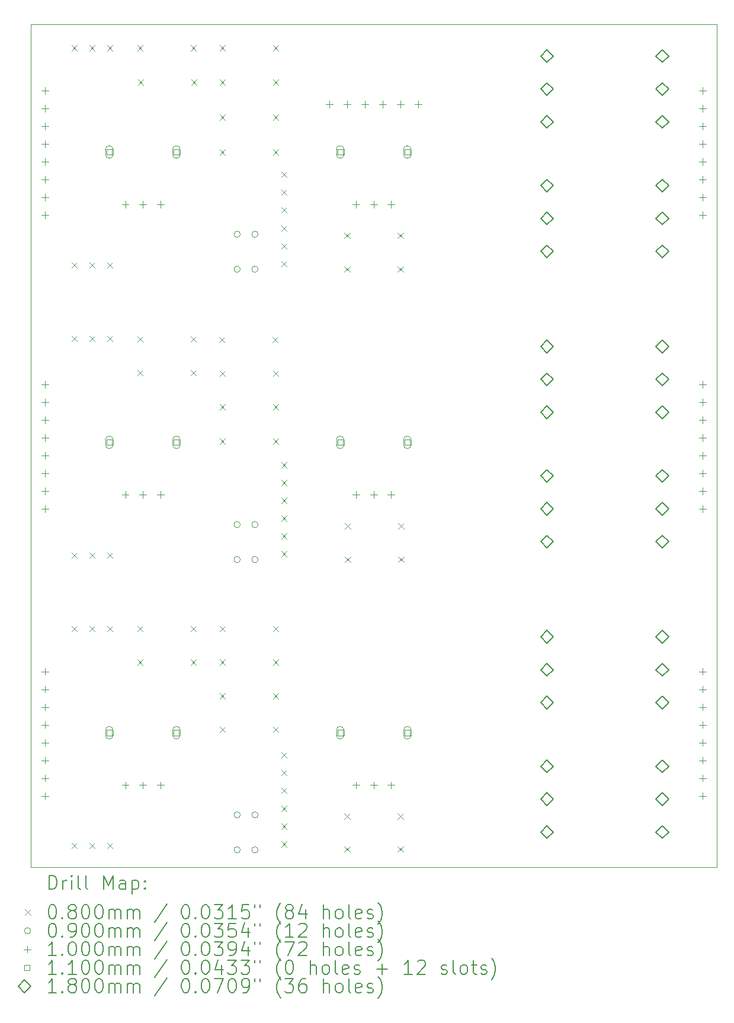
<source format=gbr>
%TF.GenerationSoftware,KiCad,Pcbnew,9.0.7*%
%TF.CreationDate,2026-02-21T19:23:07+01:00*%
%TF.ProjectId,DMH_VCLFO_v2_PCB_Controls,444d485f-5643-44c4-964f-5f76325f5043,1*%
%TF.SameCoordinates,Original*%
%TF.FileFunction,Drillmap*%
%TF.FilePolarity,Positive*%
%FSLAX45Y45*%
G04 Gerber Fmt 4.5, Leading zero omitted, Abs format (unit mm)*
G04 Created by KiCad (PCBNEW 9.0.7) date 2026-02-21 19:23:07*
%MOMM*%
%LPD*%
G01*
G04 APERTURE LIST*
%ADD10C,0.050000*%
%ADD11C,0.200000*%
%ADD12C,0.100000*%
%ADD13C,0.110000*%
%ADD14C,0.180000*%
G04 APERTURE END LIST*
D10*
X5100000Y-4250000D02*
X14900000Y-4250000D01*
X14900000Y-16300000D01*
X5100000Y-16300000D01*
X5100000Y-4250000D01*
D11*
D12*
X5680000Y-4550000D02*
X5760000Y-4630000D01*
X5760000Y-4550000D02*
X5680000Y-4630000D01*
X5680000Y-7650000D02*
X5760000Y-7730000D01*
X5760000Y-7650000D02*
X5680000Y-7730000D01*
X5680000Y-8700000D02*
X5760000Y-8780000D01*
X5760000Y-8700000D02*
X5680000Y-8780000D01*
X5680000Y-11800000D02*
X5760000Y-11880000D01*
X5760000Y-11800000D02*
X5680000Y-11880000D01*
X5680000Y-12850000D02*
X5760000Y-12930000D01*
X5760000Y-12850000D02*
X5680000Y-12930000D01*
X5680000Y-15950000D02*
X5760000Y-16030000D01*
X5760000Y-15950000D02*
X5680000Y-16030000D01*
X5934000Y-4550000D02*
X6014000Y-4630000D01*
X6014000Y-4550000D02*
X5934000Y-4630000D01*
X5934000Y-7650000D02*
X6014000Y-7730000D01*
X6014000Y-7650000D02*
X5934000Y-7730000D01*
X5934000Y-8700000D02*
X6014000Y-8780000D01*
X6014000Y-8700000D02*
X5934000Y-8780000D01*
X5934000Y-11800000D02*
X6014000Y-11880000D01*
X6014000Y-11800000D02*
X5934000Y-11880000D01*
X5934000Y-12850000D02*
X6014000Y-12930000D01*
X6014000Y-12850000D02*
X5934000Y-12930000D01*
X5934000Y-15950000D02*
X6014000Y-16030000D01*
X6014000Y-15950000D02*
X5934000Y-16030000D01*
X6188000Y-4550000D02*
X6268000Y-4630000D01*
X6268000Y-4550000D02*
X6188000Y-4630000D01*
X6188000Y-7650000D02*
X6268000Y-7730000D01*
X6268000Y-7650000D02*
X6188000Y-7730000D01*
X6188000Y-8700000D02*
X6268000Y-8780000D01*
X6268000Y-8700000D02*
X6188000Y-8780000D01*
X6188000Y-11800000D02*
X6268000Y-11880000D01*
X6268000Y-11800000D02*
X6188000Y-11880000D01*
X6188000Y-12850000D02*
X6268000Y-12930000D01*
X6268000Y-12850000D02*
X6188000Y-12930000D01*
X6188000Y-15950000D02*
X6268000Y-16030000D01*
X6268000Y-15950000D02*
X6188000Y-16030000D01*
X6619000Y-4550000D02*
X6699000Y-4630000D01*
X6699000Y-4550000D02*
X6619000Y-4630000D01*
X6619000Y-8710000D02*
X6699000Y-8790000D01*
X6699000Y-8710000D02*
X6619000Y-8790000D01*
X6619000Y-9190000D02*
X6699000Y-9270000D01*
X6699000Y-9190000D02*
X6619000Y-9270000D01*
X6619000Y-12850000D02*
X6699000Y-12930000D01*
X6699000Y-12850000D02*
X6619000Y-12930000D01*
X6619000Y-13330000D02*
X6699000Y-13410000D01*
X6699000Y-13330000D02*
X6619000Y-13410000D01*
X6629000Y-5040000D02*
X6709000Y-5120000D01*
X6709000Y-5040000D02*
X6629000Y-5120000D01*
X7381000Y-4550000D02*
X7461000Y-4630000D01*
X7461000Y-4550000D02*
X7381000Y-4630000D01*
X7381000Y-8710000D02*
X7461000Y-8790000D01*
X7461000Y-8710000D02*
X7381000Y-8790000D01*
X7381000Y-9190000D02*
X7461000Y-9270000D01*
X7461000Y-9190000D02*
X7381000Y-9270000D01*
X7381000Y-12850000D02*
X7461000Y-12930000D01*
X7461000Y-12850000D02*
X7381000Y-12930000D01*
X7381000Y-13330000D02*
X7461000Y-13410000D01*
X7461000Y-13330000D02*
X7381000Y-13410000D01*
X7391000Y-5040000D02*
X7471000Y-5120000D01*
X7471000Y-5040000D02*
X7391000Y-5120000D01*
X7789000Y-8720000D02*
X7869000Y-8800000D01*
X7869000Y-8720000D02*
X7789000Y-8800000D01*
X7799000Y-4550000D02*
X7879000Y-4630000D01*
X7879000Y-4550000D02*
X7799000Y-4630000D01*
X7799000Y-5040000D02*
X7879000Y-5120000D01*
X7879000Y-5040000D02*
X7799000Y-5120000D01*
X7799000Y-5540000D02*
X7879000Y-5620000D01*
X7879000Y-5540000D02*
X7799000Y-5620000D01*
X7799000Y-6040000D02*
X7879000Y-6120000D01*
X7879000Y-6040000D02*
X7799000Y-6120000D01*
X7799000Y-9200000D02*
X7879000Y-9280000D01*
X7879000Y-9200000D02*
X7799000Y-9280000D01*
X7799000Y-9680000D02*
X7879000Y-9760000D01*
X7879000Y-9680000D02*
X7799000Y-9760000D01*
X7799000Y-10170000D02*
X7879000Y-10250000D01*
X7879000Y-10170000D02*
X7799000Y-10250000D01*
X7799000Y-12850000D02*
X7879000Y-12930000D01*
X7879000Y-12850000D02*
X7799000Y-12930000D01*
X7799000Y-13330000D02*
X7879000Y-13410000D01*
X7879000Y-13330000D02*
X7799000Y-13410000D01*
X7799000Y-13810000D02*
X7879000Y-13890000D01*
X7879000Y-13810000D02*
X7799000Y-13890000D01*
X7799000Y-14290000D02*
X7879000Y-14370000D01*
X7879000Y-14290000D02*
X7799000Y-14370000D01*
X8551000Y-8720000D02*
X8631000Y-8800000D01*
X8631000Y-8720000D02*
X8551000Y-8800000D01*
X8561000Y-4550000D02*
X8641000Y-4630000D01*
X8641000Y-4550000D02*
X8561000Y-4630000D01*
X8561000Y-5040000D02*
X8641000Y-5120000D01*
X8641000Y-5040000D02*
X8561000Y-5120000D01*
X8561000Y-5540000D02*
X8641000Y-5620000D01*
X8641000Y-5540000D02*
X8561000Y-5620000D01*
X8561000Y-6040000D02*
X8641000Y-6120000D01*
X8641000Y-6040000D02*
X8561000Y-6120000D01*
X8561000Y-9200000D02*
X8641000Y-9280000D01*
X8641000Y-9200000D02*
X8561000Y-9280000D01*
X8561000Y-9680000D02*
X8641000Y-9760000D01*
X8641000Y-9680000D02*
X8561000Y-9760000D01*
X8561000Y-10170000D02*
X8641000Y-10250000D01*
X8641000Y-10170000D02*
X8561000Y-10250000D01*
X8561000Y-12850000D02*
X8641000Y-12930000D01*
X8641000Y-12850000D02*
X8561000Y-12930000D01*
X8561000Y-13330000D02*
X8641000Y-13410000D01*
X8641000Y-13330000D02*
X8561000Y-13410000D01*
X8561000Y-13810000D02*
X8641000Y-13890000D01*
X8641000Y-13810000D02*
X8561000Y-13890000D01*
X8561000Y-14290000D02*
X8641000Y-14370000D01*
X8641000Y-14290000D02*
X8561000Y-14370000D01*
X8680000Y-6357000D02*
X8760000Y-6437000D01*
X8760000Y-6357000D02*
X8680000Y-6437000D01*
X8680000Y-6611000D02*
X8760000Y-6691000D01*
X8760000Y-6611000D02*
X8680000Y-6691000D01*
X8680000Y-6865000D02*
X8760000Y-6945000D01*
X8760000Y-6865000D02*
X8680000Y-6945000D01*
X8680000Y-7127000D02*
X8760000Y-7207000D01*
X8760000Y-7127000D02*
X8680000Y-7207000D01*
X8680000Y-7381000D02*
X8760000Y-7461000D01*
X8760000Y-7381000D02*
X8680000Y-7461000D01*
X8680000Y-7635000D02*
X8760000Y-7715000D01*
X8760000Y-7635000D02*
X8680000Y-7715000D01*
X8680000Y-10507000D02*
X8760000Y-10587000D01*
X8760000Y-10507000D02*
X8680000Y-10587000D01*
X8680000Y-10761000D02*
X8760000Y-10841000D01*
X8760000Y-10761000D02*
X8680000Y-10841000D01*
X8680000Y-11015000D02*
X8760000Y-11095000D01*
X8760000Y-11015000D02*
X8680000Y-11095000D01*
X8680000Y-11271000D02*
X8760000Y-11351000D01*
X8760000Y-11271000D02*
X8680000Y-11351000D01*
X8680000Y-11525000D02*
X8760000Y-11605000D01*
X8760000Y-11525000D02*
X8680000Y-11605000D01*
X8680000Y-11779000D02*
X8760000Y-11859000D01*
X8760000Y-11779000D02*
X8680000Y-11859000D01*
X8680000Y-14651000D02*
X8760000Y-14731000D01*
X8760000Y-14651000D02*
X8680000Y-14731000D01*
X8680000Y-14905000D02*
X8760000Y-14985000D01*
X8760000Y-14905000D02*
X8680000Y-14985000D01*
X8680000Y-15159000D02*
X8760000Y-15239000D01*
X8760000Y-15159000D02*
X8680000Y-15239000D01*
X8680000Y-15421000D02*
X8760000Y-15501000D01*
X8760000Y-15421000D02*
X8680000Y-15501000D01*
X8680000Y-15675000D02*
X8760000Y-15755000D01*
X8760000Y-15675000D02*
X8680000Y-15755000D01*
X8680000Y-15929000D02*
X8760000Y-16009000D01*
X8760000Y-15929000D02*
X8680000Y-16009000D01*
X9579000Y-7230000D02*
X9659000Y-7310000D01*
X9659000Y-7230000D02*
X9579000Y-7310000D01*
X9579000Y-7710000D02*
X9659000Y-7790000D01*
X9659000Y-7710000D02*
X9579000Y-7790000D01*
X9579000Y-15530000D02*
X9659000Y-15610000D01*
X9659000Y-15530000D02*
X9579000Y-15610000D01*
X9579000Y-16000000D02*
X9659000Y-16080000D01*
X9659000Y-16000000D02*
X9579000Y-16080000D01*
X9589000Y-11380000D02*
X9669000Y-11460000D01*
X9669000Y-11380000D02*
X9589000Y-11460000D01*
X9589000Y-11860000D02*
X9669000Y-11940000D01*
X9669000Y-11860000D02*
X9589000Y-11940000D01*
X10341000Y-7230000D02*
X10421000Y-7310000D01*
X10421000Y-7230000D02*
X10341000Y-7310000D01*
X10341000Y-7710000D02*
X10421000Y-7790000D01*
X10421000Y-7710000D02*
X10341000Y-7790000D01*
X10341000Y-15530000D02*
X10421000Y-15610000D01*
X10421000Y-15530000D02*
X10341000Y-15610000D01*
X10341000Y-16000000D02*
X10421000Y-16080000D01*
X10421000Y-16000000D02*
X10341000Y-16080000D01*
X10351000Y-11380000D02*
X10431000Y-11460000D01*
X10431000Y-11380000D02*
X10351000Y-11460000D01*
X10351000Y-11860000D02*
X10431000Y-11940000D01*
X10431000Y-11860000D02*
X10351000Y-11940000D01*
X8093000Y-7250000D02*
G75*
G02*
X8003000Y-7250000I-45000J0D01*
G01*
X8003000Y-7250000D02*
G75*
G02*
X8093000Y-7250000I45000J0D01*
G01*
X8093000Y-7750000D02*
G75*
G02*
X8003000Y-7750000I-45000J0D01*
G01*
X8003000Y-7750000D02*
G75*
G02*
X8093000Y-7750000I45000J0D01*
G01*
X8093000Y-11400000D02*
G75*
G02*
X8003000Y-11400000I-45000J0D01*
G01*
X8003000Y-11400000D02*
G75*
G02*
X8093000Y-11400000I45000J0D01*
G01*
X8093000Y-11900000D02*
G75*
G02*
X8003000Y-11900000I-45000J0D01*
G01*
X8003000Y-11900000D02*
G75*
G02*
X8093000Y-11900000I45000J0D01*
G01*
X8093000Y-15550000D02*
G75*
G02*
X8003000Y-15550000I-45000J0D01*
G01*
X8003000Y-15550000D02*
G75*
G02*
X8093000Y-15550000I45000J0D01*
G01*
X8093000Y-16050000D02*
G75*
G02*
X8003000Y-16050000I-45000J0D01*
G01*
X8003000Y-16050000D02*
G75*
G02*
X8093000Y-16050000I45000J0D01*
G01*
X8347000Y-7250000D02*
G75*
G02*
X8257000Y-7250000I-45000J0D01*
G01*
X8257000Y-7250000D02*
G75*
G02*
X8347000Y-7250000I45000J0D01*
G01*
X8347000Y-7750000D02*
G75*
G02*
X8257000Y-7750000I-45000J0D01*
G01*
X8257000Y-7750000D02*
G75*
G02*
X8347000Y-7750000I45000J0D01*
G01*
X8347000Y-11400000D02*
G75*
G02*
X8257000Y-11400000I-45000J0D01*
G01*
X8257000Y-11400000D02*
G75*
G02*
X8347000Y-11400000I45000J0D01*
G01*
X8347000Y-11900000D02*
G75*
G02*
X8257000Y-11900000I-45000J0D01*
G01*
X8257000Y-11900000D02*
G75*
G02*
X8347000Y-11900000I45000J0D01*
G01*
X8347000Y-15550000D02*
G75*
G02*
X8257000Y-15550000I-45000J0D01*
G01*
X8257000Y-15550000D02*
G75*
G02*
X8347000Y-15550000I45000J0D01*
G01*
X8347000Y-16050000D02*
G75*
G02*
X8257000Y-16050000I-45000J0D01*
G01*
X8257000Y-16050000D02*
G75*
G02*
X8347000Y-16050000I45000J0D01*
G01*
X5300000Y-5150000D02*
X5300000Y-5250000D01*
X5250000Y-5200000D02*
X5350000Y-5200000D01*
X5300000Y-5404000D02*
X5300000Y-5504000D01*
X5250000Y-5454000D02*
X5350000Y-5454000D01*
X5300000Y-5658000D02*
X5300000Y-5758000D01*
X5250000Y-5708000D02*
X5350000Y-5708000D01*
X5300000Y-5912000D02*
X5300000Y-6012000D01*
X5250000Y-5962000D02*
X5350000Y-5962000D01*
X5300000Y-6166000D02*
X5300000Y-6266000D01*
X5250000Y-6216000D02*
X5350000Y-6216000D01*
X5300000Y-6420000D02*
X5300000Y-6520000D01*
X5250000Y-6470000D02*
X5350000Y-6470000D01*
X5300000Y-6674000D02*
X5300000Y-6774000D01*
X5250000Y-6724000D02*
X5350000Y-6724000D01*
X5300000Y-6928000D02*
X5300000Y-7028000D01*
X5250000Y-6978000D02*
X5350000Y-6978000D01*
X5300000Y-9350000D02*
X5300000Y-9450000D01*
X5250000Y-9400000D02*
X5350000Y-9400000D01*
X5300000Y-9604000D02*
X5300000Y-9704000D01*
X5250000Y-9654000D02*
X5350000Y-9654000D01*
X5300000Y-9858000D02*
X5300000Y-9958000D01*
X5250000Y-9908000D02*
X5350000Y-9908000D01*
X5300000Y-10112000D02*
X5300000Y-10212000D01*
X5250000Y-10162000D02*
X5350000Y-10162000D01*
X5300000Y-10366000D02*
X5300000Y-10466000D01*
X5250000Y-10416000D02*
X5350000Y-10416000D01*
X5300000Y-10620000D02*
X5300000Y-10720000D01*
X5250000Y-10670000D02*
X5350000Y-10670000D01*
X5300000Y-10874000D02*
X5300000Y-10974000D01*
X5250000Y-10924000D02*
X5350000Y-10924000D01*
X5300000Y-11128000D02*
X5300000Y-11228000D01*
X5250000Y-11178000D02*
X5350000Y-11178000D01*
X5300000Y-13450000D02*
X5300000Y-13550000D01*
X5250000Y-13500000D02*
X5350000Y-13500000D01*
X5300000Y-13704000D02*
X5300000Y-13804000D01*
X5250000Y-13754000D02*
X5350000Y-13754000D01*
X5300000Y-13958000D02*
X5300000Y-14058000D01*
X5250000Y-14008000D02*
X5350000Y-14008000D01*
X5300000Y-14212000D02*
X5300000Y-14312000D01*
X5250000Y-14262000D02*
X5350000Y-14262000D01*
X5300000Y-14466000D02*
X5300000Y-14566000D01*
X5250000Y-14516000D02*
X5350000Y-14516000D01*
X5300000Y-14720000D02*
X5300000Y-14820000D01*
X5250000Y-14770000D02*
X5350000Y-14770000D01*
X5300000Y-14974000D02*
X5300000Y-15074000D01*
X5250000Y-15024000D02*
X5350000Y-15024000D01*
X5300000Y-15228000D02*
X5300000Y-15328000D01*
X5250000Y-15278000D02*
X5350000Y-15278000D01*
X6450000Y-6775000D02*
X6450000Y-6875000D01*
X6400000Y-6825000D02*
X6500000Y-6825000D01*
X6450000Y-10925000D02*
X6450000Y-11025000D01*
X6400000Y-10975000D02*
X6500000Y-10975000D01*
X6450000Y-15075000D02*
X6450000Y-15175000D01*
X6400000Y-15125000D02*
X6500000Y-15125000D01*
X6700000Y-6775000D02*
X6700000Y-6875000D01*
X6650000Y-6825000D02*
X6750000Y-6825000D01*
X6700000Y-10925000D02*
X6700000Y-11025000D01*
X6650000Y-10975000D02*
X6750000Y-10975000D01*
X6700000Y-15075000D02*
X6700000Y-15175000D01*
X6650000Y-15125000D02*
X6750000Y-15125000D01*
X6950000Y-6775000D02*
X6950000Y-6875000D01*
X6900000Y-6825000D02*
X7000000Y-6825000D01*
X6950000Y-10925000D02*
X6950000Y-11025000D01*
X6900000Y-10975000D02*
X7000000Y-10975000D01*
X6950000Y-15075000D02*
X6950000Y-15175000D01*
X6900000Y-15125000D02*
X7000000Y-15125000D01*
X9367500Y-5342500D02*
X9367500Y-5442500D01*
X9317500Y-5392500D02*
X9417500Y-5392500D01*
X9621500Y-5342500D02*
X9621500Y-5442500D01*
X9571500Y-5392500D02*
X9671500Y-5392500D01*
X9750000Y-6775000D02*
X9750000Y-6875000D01*
X9700000Y-6825000D02*
X9800000Y-6825000D01*
X9750000Y-10925000D02*
X9750000Y-11025000D01*
X9700000Y-10975000D02*
X9800000Y-10975000D01*
X9750000Y-15075000D02*
X9750000Y-15175000D01*
X9700000Y-15125000D02*
X9800000Y-15125000D01*
X9875500Y-5342500D02*
X9875500Y-5442500D01*
X9825500Y-5392500D02*
X9925500Y-5392500D01*
X10000000Y-6775000D02*
X10000000Y-6875000D01*
X9950000Y-6825000D02*
X10050000Y-6825000D01*
X10000000Y-10925000D02*
X10000000Y-11025000D01*
X9950000Y-10975000D02*
X10050000Y-10975000D01*
X10000000Y-15075000D02*
X10000000Y-15175000D01*
X9950000Y-15125000D02*
X10050000Y-15125000D01*
X10129500Y-5342500D02*
X10129500Y-5442500D01*
X10079500Y-5392500D02*
X10179500Y-5392500D01*
X10250000Y-6775000D02*
X10250000Y-6875000D01*
X10200000Y-6825000D02*
X10300000Y-6825000D01*
X10250000Y-10925000D02*
X10250000Y-11025000D01*
X10200000Y-10975000D02*
X10300000Y-10975000D01*
X10250000Y-15075000D02*
X10250000Y-15175000D01*
X10200000Y-15125000D02*
X10300000Y-15125000D01*
X10383500Y-5342500D02*
X10383500Y-5442500D01*
X10333500Y-5392500D02*
X10433500Y-5392500D01*
X10637500Y-5342500D02*
X10637500Y-5442500D01*
X10587500Y-5392500D02*
X10687500Y-5392500D01*
X14700000Y-5150000D02*
X14700000Y-5250000D01*
X14650000Y-5200000D02*
X14750000Y-5200000D01*
X14700000Y-5404000D02*
X14700000Y-5504000D01*
X14650000Y-5454000D02*
X14750000Y-5454000D01*
X14700000Y-5658000D02*
X14700000Y-5758000D01*
X14650000Y-5708000D02*
X14750000Y-5708000D01*
X14700000Y-5912000D02*
X14700000Y-6012000D01*
X14650000Y-5962000D02*
X14750000Y-5962000D01*
X14700000Y-6166000D02*
X14700000Y-6266000D01*
X14650000Y-6216000D02*
X14750000Y-6216000D01*
X14700000Y-6420000D02*
X14700000Y-6520000D01*
X14650000Y-6470000D02*
X14750000Y-6470000D01*
X14700000Y-6674000D02*
X14700000Y-6774000D01*
X14650000Y-6724000D02*
X14750000Y-6724000D01*
X14700000Y-6928000D02*
X14700000Y-7028000D01*
X14650000Y-6978000D02*
X14750000Y-6978000D01*
X14700000Y-9350000D02*
X14700000Y-9450000D01*
X14650000Y-9400000D02*
X14750000Y-9400000D01*
X14700000Y-9604000D02*
X14700000Y-9704000D01*
X14650000Y-9654000D02*
X14750000Y-9654000D01*
X14700000Y-9858000D02*
X14700000Y-9958000D01*
X14650000Y-9908000D02*
X14750000Y-9908000D01*
X14700000Y-10112000D02*
X14700000Y-10212000D01*
X14650000Y-10162000D02*
X14750000Y-10162000D01*
X14700000Y-10366000D02*
X14700000Y-10466000D01*
X14650000Y-10416000D02*
X14750000Y-10416000D01*
X14700000Y-10620000D02*
X14700000Y-10720000D01*
X14650000Y-10670000D02*
X14750000Y-10670000D01*
X14700000Y-10874000D02*
X14700000Y-10974000D01*
X14650000Y-10924000D02*
X14750000Y-10924000D01*
X14700000Y-11128000D02*
X14700000Y-11228000D01*
X14650000Y-11178000D02*
X14750000Y-11178000D01*
X14700000Y-13450000D02*
X14700000Y-13550000D01*
X14650000Y-13500000D02*
X14750000Y-13500000D01*
X14700000Y-13704000D02*
X14700000Y-13804000D01*
X14650000Y-13754000D02*
X14750000Y-13754000D01*
X14700000Y-13958000D02*
X14700000Y-14058000D01*
X14650000Y-14008000D02*
X14750000Y-14008000D01*
X14700000Y-14212000D02*
X14700000Y-14312000D01*
X14650000Y-14262000D02*
X14750000Y-14262000D01*
X14700000Y-14466000D02*
X14700000Y-14566000D01*
X14650000Y-14516000D02*
X14750000Y-14516000D01*
X14700000Y-14720000D02*
X14700000Y-14820000D01*
X14650000Y-14770000D02*
X14750000Y-14770000D01*
X14700000Y-14974000D02*
X14700000Y-15074000D01*
X14650000Y-15024000D02*
X14750000Y-15024000D01*
X14700000Y-15228000D02*
X14700000Y-15328000D01*
X14650000Y-15278000D02*
X14750000Y-15278000D01*
D13*
X6258891Y-6113891D02*
X6258891Y-6036109D01*
X6181109Y-6036109D01*
X6181109Y-6113891D01*
X6258891Y-6113891D01*
D12*
X6275000Y-6110000D02*
X6275000Y-6040000D01*
X6165000Y-6040000D02*
G75*
G02*
X6275000Y-6040000I55000J0D01*
G01*
X6165000Y-6040000D02*
X6165000Y-6110000D01*
X6165000Y-6110000D02*
G75*
G03*
X6275000Y-6110000I55000J0D01*
G01*
D13*
X6258891Y-10263891D02*
X6258891Y-10186109D01*
X6181109Y-10186109D01*
X6181109Y-10263891D01*
X6258891Y-10263891D01*
D12*
X6275000Y-10260000D02*
X6275000Y-10190000D01*
X6165000Y-10190000D02*
G75*
G02*
X6275000Y-10190000I55000J0D01*
G01*
X6165000Y-10190000D02*
X6165000Y-10260000D01*
X6165000Y-10260000D02*
G75*
G03*
X6275000Y-10260000I55000J0D01*
G01*
D13*
X6258891Y-14413891D02*
X6258891Y-14336109D01*
X6181109Y-14336109D01*
X6181109Y-14413891D01*
X6258891Y-14413891D01*
D12*
X6275000Y-14410000D02*
X6275000Y-14340000D01*
X6165000Y-14340000D02*
G75*
G02*
X6275000Y-14340000I55000J0D01*
G01*
X6165000Y-14340000D02*
X6165000Y-14410000D01*
X6165000Y-14410000D02*
G75*
G03*
X6275000Y-14410000I55000J0D01*
G01*
D13*
X7218891Y-6113891D02*
X7218891Y-6036109D01*
X7141109Y-6036109D01*
X7141109Y-6113891D01*
X7218891Y-6113891D01*
D12*
X7235000Y-6110000D02*
X7235000Y-6040000D01*
X7125000Y-6040000D02*
G75*
G02*
X7235000Y-6040000I55000J0D01*
G01*
X7125000Y-6040000D02*
X7125000Y-6110000D01*
X7125000Y-6110000D02*
G75*
G03*
X7235000Y-6110000I55000J0D01*
G01*
D13*
X7218891Y-10263891D02*
X7218891Y-10186109D01*
X7141109Y-10186109D01*
X7141109Y-10263891D01*
X7218891Y-10263891D01*
D12*
X7235000Y-10260000D02*
X7235000Y-10190000D01*
X7125000Y-10190000D02*
G75*
G02*
X7235000Y-10190000I55000J0D01*
G01*
X7125000Y-10190000D02*
X7125000Y-10260000D01*
X7125000Y-10260000D02*
G75*
G03*
X7235000Y-10260000I55000J0D01*
G01*
D13*
X7218891Y-14413891D02*
X7218891Y-14336109D01*
X7141109Y-14336109D01*
X7141109Y-14413891D01*
X7218891Y-14413891D01*
D12*
X7235000Y-14410000D02*
X7235000Y-14340000D01*
X7125000Y-14340000D02*
G75*
G02*
X7235000Y-14340000I55000J0D01*
G01*
X7125000Y-14340000D02*
X7125000Y-14410000D01*
X7125000Y-14410000D02*
G75*
G03*
X7235000Y-14410000I55000J0D01*
G01*
D13*
X9558891Y-6113891D02*
X9558891Y-6036109D01*
X9481109Y-6036109D01*
X9481109Y-6113891D01*
X9558891Y-6113891D01*
D12*
X9575000Y-6110000D02*
X9575000Y-6040000D01*
X9465000Y-6040000D02*
G75*
G02*
X9575000Y-6040000I55000J0D01*
G01*
X9465000Y-6040000D02*
X9465000Y-6110000D01*
X9465000Y-6110000D02*
G75*
G03*
X9575000Y-6110000I55000J0D01*
G01*
D13*
X9558891Y-10263891D02*
X9558891Y-10186109D01*
X9481109Y-10186109D01*
X9481109Y-10263891D01*
X9558891Y-10263891D01*
D12*
X9575000Y-10260000D02*
X9575000Y-10190000D01*
X9465000Y-10190000D02*
G75*
G02*
X9575000Y-10190000I55000J0D01*
G01*
X9465000Y-10190000D02*
X9465000Y-10260000D01*
X9465000Y-10260000D02*
G75*
G03*
X9575000Y-10260000I55000J0D01*
G01*
D13*
X9558891Y-14413891D02*
X9558891Y-14336109D01*
X9481109Y-14336109D01*
X9481109Y-14413891D01*
X9558891Y-14413891D01*
D12*
X9575000Y-14410000D02*
X9575000Y-14340000D01*
X9465000Y-14340000D02*
G75*
G02*
X9575000Y-14340000I55000J0D01*
G01*
X9465000Y-14340000D02*
X9465000Y-14410000D01*
X9465000Y-14410000D02*
G75*
G03*
X9575000Y-14410000I55000J0D01*
G01*
D13*
X10518891Y-6113891D02*
X10518891Y-6036109D01*
X10441109Y-6036109D01*
X10441109Y-6113891D01*
X10518891Y-6113891D01*
D12*
X10535000Y-6110000D02*
X10535000Y-6040000D01*
X10425000Y-6040000D02*
G75*
G02*
X10535000Y-6040000I55000J0D01*
G01*
X10425000Y-6040000D02*
X10425000Y-6110000D01*
X10425000Y-6110000D02*
G75*
G03*
X10535000Y-6110000I55000J0D01*
G01*
D13*
X10518891Y-10263891D02*
X10518891Y-10186109D01*
X10441109Y-10186109D01*
X10441109Y-10263891D01*
X10518891Y-10263891D01*
D12*
X10535000Y-10260000D02*
X10535000Y-10190000D01*
X10425000Y-10190000D02*
G75*
G02*
X10535000Y-10190000I55000J0D01*
G01*
X10425000Y-10190000D02*
X10425000Y-10260000D01*
X10425000Y-10260000D02*
G75*
G03*
X10535000Y-10260000I55000J0D01*
G01*
D13*
X10518891Y-14413891D02*
X10518891Y-14336109D01*
X10441109Y-14336109D01*
X10441109Y-14413891D01*
X10518891Y-14413891D01*
D12*
X10535000Y-14410000D02*
X10535000Y-14340000D01*
X10425000Y-14340000D02*
G75*
G02*
X10535000Y-14340000I55000J0D01*
G01*
X10425000Y-14340000D02*
X10425000Y-14410000D01*
X10425000Y-14410000D02*
G75*
G03*
X10535000Y-14410000I55000J0D01*
G01*
D14*
X12475000Y-4795000D02*
X12565000Y-4705000D01*
X12475000Y-4615000D01*
X12385000Y-4705000D01*
X12475000Y-4795000D01*
X12475000Y-5265000D02*
X12565000Y-5175000D01*
X12475000Y-5085000D01*
X12385000Y-5175000D01*
X12475000Y-5265000D01*
X12475000Y-5735000D02*
X12565000Y-5645000D01*
X12475000Y-5555000D01*
X12385000Y-5645000D01*
X12475000Y-5735000D01*
X12475000Y-6645000D02*
X12565000Y-6555000D01*
X12475000Y-6465000D01*
X12385000Y-6555000D01*
X12475000Y-6645000D01*
X12475000Y-7115000D02*
X12565000Y-7025000D01*
X12475000Y-6935000D01*
X12385000Y-7025000D01*
X12475000Y-7115000D01*
X12475000Y-7585000D02*
X12565000Y-7495000D01*
X12475000Y-7405000D01*
X12385000Y-7495000D01*
X12475000Y-7585000D01*
X12475000Y-8945000D02*
X12565000Y-8855000D01*
X12475000Y-8765000D01*
X12385000Y-8855000D01*
X12475000Y-8945000D01*
X12475000Y-9415000D02*
X12565000Y-9325000D01*
X12475000Y-9235000D01*
X12385000Y-9325000D01*
X12475000Y-9415000D01*
X12475000Y-9885000D02*
X12565000Y-9795000D01*
X12475000Y-9705000D01*
X12385000Y-9795000D01*
X12475000Y-9885000D01*
X12475000Y-10795000D02*
X12565000Y-10705000D01*
X12475000Y-10615000D01*
X12385000Y-10705000D01*
X12475000Y-10795000D01*
X12475000Y-11265000D02*
X12565000Y-11175000D01*
X12475000Y-11085000D01*
X12385000Y-11175000D01*
X12475000Y-11265000D01*
X12475000Y-11735000D02*
X12565000Y-11645000D01*
X12475000Y-11555000D01*
X12385000Y-11645000D01*
X12475000Y-11735000D01*
X12475000Y-13095000D02*
X12565000Y-13005000D01*
X12475000Y-12915000D01*
X12385000Y-13005000D01*
X12475000Y-13095000D01*
X12475000Y-13565000D02*
X12565000Y-13475000D01*
X12475000Y-13385000D01*
X12385000Y-13475000D01*
X12475000Y-13565000D01*
X12475000Y-14035000D02*
X12565000Y-13945000D01*
X12475000Y-13855000D01*
X12385000Y-13945000D01*
X12475000Y-14035000D01*
X12475000Y-14945000D02*
X12565000Y-14855000D01*
X12475000Y-14765000D01*
X12385000Y-14855000D01*
X12475000Y-14945000D01*
X12475000Y-15415000D02*
X12565000Y-15325000D01*
X12475000Y-15235000D01*
X12385000Y-15325000D01*
X12475000Y-15415000D01*
X12475000Y-15885000D02*
X12565000Y-15795000D01*
X12475000Y-15705000D01*
X12385000Y-15795000D01*
X12475000Y-15885000D01*
X14125000Y-4795000D02*
X14215000Y-4705000D01*
X14125000Y-4615000D01*
X14035000Y-4705000D01*
X14125000Y-4795000D01*
X14125000Y-5265000D02*
X14215000Y-5175000D01*
X14125000Y-5085000D01*
X14035000Y-5175000D01*
X14125000Y-5265000D01*
X14125000Y-5735000D02*
X14215000Y-5645000D01*
X14125000Y-5555000D01*
X14035000Y-5645000D01*
X14125000Y-5735000D01*
X14125000Y-6645000D02*
X14215000Y-6555000D01*
X14125000Y-6465000D01*
X14035000Y-6555000D01*
X14125000Y-6645000D01*
X14125000Y-7115000D02*
X14215000Y-7025000D01*
X14125000Y-6935000D01*
X14035000Y-7025000D01*
X14125000Y-7115000D01*
X14125000Y-7585000D02*
X14215000Y-7495000D01*
X14125000Y-7405000D01*
X14035000Y-7495000D01*
X14125000Y-7585000D01*
X14125000Y-8945000D02*
X14215000Y-8855000D01*
X14125000Y-8765000D01*
X14035000Y-8855000D01*
X14125000Y-8945000D01*
X14125000Y-9415000D02*
X14215000Y-9325000D01*
X14125000Y-9235000D01*
X14035000Y-9325000D01*
X14125000Y-9415000D01*
X14125000Y-9885000D02*
X14215000Y-9795000D01*
X14125000Y-9705000D01*
X14035000Y-9795000D01*
X14125000Y-9885000D01*
X14125000Y-10795000D02*
X14215000Y-10705000D01*
X14125000Y-10615000D01*
X14035000Y-10705000D01*
X14125000Y-10795000D01*
X14125000Y-11265000D02*
X14215000Y-11175000D01*
X14125000Y-11085000D01*
X14035000Y-11175000D01*
X14125000Y-11265000D01*
X14125000Y-11735000D02*
X14215000Y-11645000D01*
X14125000Y-11555000D01*
X14035000Y-11645000D01*
X14125000Y-11735000D01*
X14125000Y-13095000D02*
X14215000Y-13005000D01*
X14125000Y-12915000D01*
X14035000Y-13005000D01*
X14125000Y-13095000D01*
X14125000Y-13565000D02*
X14215000Y-13475000D01*
X14125000Y-13385000D01*
X14035000Y-13475000D01*
X14125000Y-13565000D01*
X14125000Y-14035000D02*
X14215000Y-13945000D01*
X14125000Y-13855000D01*
X14035000Y-13945000D01*
X14125000Y-14035000D01*
X14125000Y-14945000D02*
X14215000Y-14855000D01*
X14125000Y-14765000D01*
X14035000Y-14855000D01*
X14125000Y-14945000D01*
X14125000Y-15415000D02*
X14215000Y-15325000D01*
X14125000Y-15235000D01*
X14035000Y-15325000D01*
X14125000Y-15415000D01*
X14125000Y-15885000D02*
X14215000Y-15795000D01*
X14125000Y-15705000D01*
X14035000Y-15795000D01*
X14125000Y-15885000D01*
D11*
X5358277Y-16613984D02*
X5358277Y-16413984D01*
X5358277Y-16413984D02*
X5405896Y-16413984D01*
X5405896Y-16413984D02*
X5434467Y-16423508D01*
X5434467Y-16423508D02*
X5453515Y-16442555D01*
X5453515Y-16442555D02*
X5463039Y-16461603D01*
X5463039Y-16461603D02*
X5472563Y-16499698D01*
X5472563Y-16499698D02*
X5472563Y-16528269D01*
X5472563Y-16528269D02*
X5463039Y-16566365D01*
X5463039Y-16566365D02*
X5453515Y-16585412D01*
X5453515Y-16585412D02*
X5434467Y-16604460D01*
X5434467Y-16604460D02*
X5405896Y-16613984D01*
X5405896Y-16613984D02*
X5358277Y-16613984D01*
X5558277Y-16613984D02*
X5558277Y-16480650D01*
X5558277Y-16518746D02*
X5567801Y-16499698D01*
X5567801Y-16499698D02*
X5577324Y-16490174D01*
X5577324Y-16490174D02*
X5596372Y-16480650D01*
X5596372Y-16480650D02*
X5615420Y-16480650D01*
X5682086Y-16613984D02*
X5682086Y-16480650D01*
X5682086Y-16413984D02*
X5672562Y-16423508D01*
X5672562Y-16423508D02*
X5682086Y-16433031D01*
X5682086Y-16433031D02*
X5691610Y-16423508D01*
X5691610Y-16423508D02*
X5682086Y-16413984D01*
X5682086Y-16413984D02*
X5682086Y-16433031D01*
X5805896Y-16613984D02*
X5786848Y-16604460D01*
X5786848Y-16604460D02*
X5777324Y-16585412D01*
X5777324Y-16585412D02*
X5777324Y-16413984D01*
X5910658Y-16613984D02*
X5891610Y-16604460D01*
X5891610Y-16604460D02*
X5882086Y-16585412D01*
X5882086Y-16585412D02*
X5882086Y-16413984D01*
X6139229Y-16613984D02*
X6139229Y-16413984D01*
X6139229Y-16413984D02*
X6205896Y-16556841D01*
X6205896Y-16556841D02*
X6272562Y-16413984D01*
X6272562Y-16413984D02*
X6272562Y-16613984D01*
X6453515Y-16613984D02*
X6453515Y-16509222D01*
X6453515Y-16509222D02*
X6443991Y-16490174D01*
X6443991Y-16490174D02*
X6424943Y-16480650D01*
X6424943Y-16480650D02*
X6386848Y-16480650D01*
X6386848Y-16480650D02*
X6367801Y-16490174D01*
X6453515Y-16604460D02*
X6434467Y-16613984D01*
X6434467Y-16613984D02*
X6386848Y-16613984D01*
X6386848Y-16613984D02*
X6367801Y-16604460D01*
X6367801Y-16604460D02*
X6358277Y-16585412D01*
X6358277Y-16585412D02*
X6358277Y-16566365D01*
X6358277Y-16566365D02*
X6367801Y-16547317D01*
X6367801Y-16547317D02*
X6386848Y-16537793D01*
X6386848Y-16537793D02*
X6434467Y-16537793D01*
X6434467Y-16537793D02*
X6453515Y-16528269D01*
X6548753Y-16480650D02*
X6548753Y-16680650D01*
X6548753Y-16490174D02*
X6567801Y-16480650D01*
X6567801Y-16480650D02*
X6605896Y-16480650D01*
X6605896Y-16480650D02*
X6624943Y-16490174D01*
X6624943Y-16490174D02*
X6634467Y-16499698D01*
X6634467Y-16499698D02*
X6643991Y-16518746D01*
X6643991Y-16518746D02*
X6643991Y-16575888D01*
X6643991Y-16575888D02*
X6634467Y-16594936D01*
X6634467Y-16594936D02*
X6624943Y-16604460D01*
X6624943Y-16604460D02*
X6605896Y-16613984D01*
X6605896Y-16613984D02*
X6567801Y-16613984D01*
X6567801Y-16613984D02*
X6548753Y-16604460D01*
X6729705Y-16594936D02*
X6739229Y-16604460D01*
X6739229Y-16604460D02*
X6729705Y-16613984D01*
X6729705Y-16613984D02*
X6720182Y-16604460D01*
X6720182Y-16604460D02*
X6729705Y-16594936D01*
X6729705Y-16594936D02*
X6729705Y-16613984D01*
X6729705Y-16490174D02*
X6739229Y-16499698D01*
X6739229Y-16499698D02*
X6729705Y-16509222D01*
X6729705Y-16509222D02*
X6720182Y-16499698D01*
X6720182Y-16499698D02*
X6729705Y-16490174D01*
X6729705Y-16490174D02*
X6729705Y-16509222D01*
D12*
X5017500Y-16902500D02*
X5097500Y-16982500D01*
X5097500Y-16902500D02*
X5017500Y-16982500D01*
D11*
X5396372Y-16833984D02*
X5415420Y-16833984D01*
X5415420Y-16833984D02*
X5434467Y-16843508D01*
X5434467Y-16843508D02*
X5443991Y-16853031D01*
X5443991Y-16853031D02*
X5453515Y-16872079D01*
X5453515Y-16872079D02*
X5463039Y-16910174D01*
X5463039Y-16910174D02*
X5463039Y-16957793D01*
X5463039Y-16957793D02*
X5453515Y-16995889D01*
X5453515Y-16995889D02*
X5443991Y-17014936D01*
X5443991Y-17014936D02*
X5434467Y-17024460D01*
X5434467Y-17024460D02*
X5415420Y-17033984D01*
X5415420Y-17033984D02*
X5396372Y-17033984D01*
X5396372Y-17033984D02*
X5377324Y-17024460D01*
X5377324Y-17024460D02*
X5367801Y-17014936D01*
X5367801Y-17014936D02*
X5358277Y-16995889D01*
X5358277Y-16995889D02*
X5348753Y-16957793D01*
X5348753Y-16957793D02*
X5348753Y-16910174D01*
X5348753Y-16910174D02*
X5358277Y-16872079D01*
X5358277Y-16872079D02*
X5367801Y-16853031D01*
X5367801Y-16853031D02*
X5377324Y-16843508D01*
X5377324Y-16843508D02*
X5396372Y-16833984D01*
X5548753Y-17014936D02*
X5558277Y-17024460D01*
X5558277Y-17024460D02*
X5548753Y-17033984D01*
X5548753Y-17033984D02*
X5539229Y-17024460D01*
X5539229Y-17024460D02*
X5548753Y-17014936D01*
X5548753Y-17014936D02*
X5548753Y-17033984D01*
X5672562Y-16919698D02*
X5653515Y-16910174D01*
X5653515Y-16910174D02*
X5643991Y-16900650D01*
X5643991Y-16900650D02*
X5634467Y-16881603D01*
X5634467Y-16881603D02*
X5634467Y-16872079D01*
X5634467Y-16872079D02*
X5643991Y-16853031D01*
X5643991Y-16853031D02*
X5653515Y-16843508D01*
X5653515Y-16843508D02*
X5672562Y-16833984D01*
X5672562Y-16833984D02*
X5710658Y-16833984D01*
X5710658Y-16833984D02*
X5729705Y-16843508D01*
X5729705Y-16843508D02*
X5739229Y-16853031D01*
X5739229Y-16853031D02*
X5748753Y-16872079D01*
X5748753Y-16872079D02*
X5748753Y-16881603D01*
X5748753Y-16881603D02*
X5739229Y-16900650D01*
X5739229Y-16900650D02*
X5729705Y-16910174D01*
X5729705Y-16910174D02*
X5710658Y-16919698D01*
X5710658Y-16919698D02*
X5672562Y-16919698D01*
X5672562Y-16919698D02*
X5653515Y-16929222D01*
X5653515Y-16929222D02*
X5643991Y-16938746D01*
X5643991Y-16938746D02*
X5634467Y-16957793D01*
X5634467Y-16957793D02*
X5634467Y-16995889D01*
X5634467Y-16995889D02*
X5643991Y-17014936D01*
X5643991Y-17014936D02*
X5653515Y-17024460D01*
X5653515Y-17024460D02*
X5672562Y-17033984D01*
X5672562Y-17033984D02*
X5710658Y-17033984D01*
X5710658Y-17033984D02*
X5729705Y-17024460D01*
X5729705Y-17024460D02*
X5739229Y-17014936D01*
X5739229Y-17014936D02*
X5748753Y-16995889D01*
X5748753Y-16995889D02*
X5748753Y-16957793D01*
X5748753Y-16957793D02*
X5739229Y-16938746D01*
X5739229Y-16938746D02*
X5729705Y-16929222D01*
X5729705Y-16929222D02*
X5710658Y-16919698D01*
X5872562Y-16833984D02*
X5891610Y-16833984D01*
X5891610Y-16833984D02*
X5910658Y-16843508D01*
X5910658Y-16843508D02*
X5920182Y-16853031D01*
X5920182Y-16853031D02*
X5929705Y-16872079D01*
X5929705Y-16872079D02*
X5939229Y-16910174D01*
X5939229Y-16910174D02*
X5939229Y-16957793D01*
X5939229Y-16957793D02*
X5929705Y-16995889D01*
X5929705Y-16995889D02*
X5920182Y-17014936D01*
X5920182Y-17014936D02*
X5910658Y-17024460D01*
X5910658Y-17024460D02*
X5891610Y-17033984D01*
X5891610Y-17033984D02*
X5872562Y-17033984D01*
X5872562Y-17033984D02*
X5853515Y-17024460D01*
X5853515Y-17024460D02*
X5843991Y-17014936D01*
X5843991Y-17014936D02*
X5834467Y-16995889D01*
X5834467Y-16995889D02*
X5824943Y-16957793D01*
X5824943Y-16957793D02*
X5824943Y-16910174D01*
X5824943Y-16910174D02*
X5834467Y-16872079D01*
X5834467Y-16872079D02*
X5843991Y-16853031D01*
X5843991Y-16853031D02*
X5853515Y-16843508D01*
X5853515Y-16843508D02*
X5872562Y-16833984D01*
X6063039Y-16833984D02*
X6082086Y-16833984D01*
X6082086Y-16833984D02*
X6101134Y-16843508D01*
X6101134Y-16843508D02*
X6110658Y-16853031D01*
X6110658Y-16853031D02*
X6120182Y-16872079D01*
X6120182Y-16872079D02*
X6129705Y-16910174D01*
X6129705Y-16910174D02*
X6129705Y-16957793D01*
X6129705Y-16957793D02*
X6120182Y-16995889D01*
X6120182Y-16995889D02*
X6110658Y-17014936D01*
X6110658Y-17014936D02*
X6101134Y-17024460D01*
X6101134Y-17024460D02*
X6082086Y-17033984D01*
X6082086Y-17033984D02*
X6063039Y-17033984D01*
X6063039Y-17033984D02*
X6043991Y-17024460D01*
X6043991Y-17024460D02*
X6034467Y-17014936D01*
X6034467Y-17014936D02*
X6024943Y-16995889D01*
X6024943Y-16995889D02*
X6015420Y-16957793D01*
X6015420Y-16957793D02*
X6015420Y-16910174D01*
X6015420Y-16910174D02*
X6024943Y-16872079D01*
X6024943Y-16872079D02*
X6034467Y-16853031D01*
X6034467Y-16853031D02*
X6043991Y-16843508D01*
X6043991Y-16843508D02*
X6063039Y-16833984D01*
X6215420Y-17033984D02*
X6215420Y-16900650D01*
X6215420Y-16919698D02*
X6224943Y-16910174D01*
X6224943Y-16910174D02*
X6243991Y-16900650D01*
X6243991Y-16900650D02*
X6272563Y-16900650D01*
X6272563Y-16900650D02*
X6291610Y-16910174D01*
X6291610Y-16910174D02*
X6301134Y-16929222D01*
X6301134Y-16929222D02*
X6301134Y-17033984D01*
X6301134Y-16929222D02*
X6310658Y-16910174D01*
X6310658Y-16910174D02*
X6329705Y-16900650D01*
X6329705Y-16900650D02*
X6358277Y-16900650D01*
X6358277Y-16900650D02*
X6377324Y-16910174D01*
X6377324Y-16910174D02*
X6386848Y-16929222D01*
X6386848Y-16929222D02*
X6386848Y-17033984D01*
X6482086Y-17033984D02*
X6482086Y-16900650D01*
X6482086Y-16919698D02*
X6491610Y-16910174D01*
X6491610Y-16910174D02*
X6510658Y-16900650D01*
X6510658Y-16900650D02*
X6539229Y-16900650D01*
X6539229Y-16900650D02*
X6558277Y-16910174D01*
X6558277Y-16910174D02*
X6567801Y-16929222D01*
X6567801Y-16929222D02*
X6567801Y-17033984D01*
X6567801Y-16929222D02*
X6577324Y-16910174D01*
X6577324Y-16910174D02*
X6596372Y-16900650D01*
X6596372Y-16900650D02*
X6624943Y-16900650D01*
X6624943Y-16900650D02*
X6643991Y-16910174D01*
X6643991Y-16910174D02*
X6653515Y-16929222D01*
X6653515Y-16929222D02*
X6653515Y-17033984D01*
X7043991Y-16824460D02*
X6872563Y-17081603D01*
X7301134Y-16833984D02*
X7320182Y-16833984D01*
X7320182Y-16833984D02*
X7339229Y-16843508D01*
X7339229Y-16843508D02*
X7348753Y-16853031D01*
X7348753Y-16853031D02*
X7358277Y-16872079D01*
X7358277Y-16872079D02*
X7367801Y-16910174D01*
X7367801Y-16910174D02*
X7367801Y-16957793D01*
X7367801Y-16957793D02*
X7358277Y-16995889D01*
X7358277Y-16995889D02*
X7348753Y-17014936D01*
X7348753Y-17014936D02*
X7339229Y-17024460D01*
X7339229Y-17024460D02*
X7320182Y-17033984D01*
X7320182Y-17033984D02*
X7301134Y-17033984D01*
X7301134Y-17033984D02*
X7282086Y-17024460D01*
X7282086Y-17024460D02*
X7272563Y-17014936D01*
X7272563Y-17014936D02*
X7263039Y-16995889D01*
X7263039Y-16995889D02*
X7253515Y-16957793D01*
X7253515Y-16957793D02*
X7253515Y-16910174D01*
X7253515Y-16910174D02*
X7263039Y-16872079D01*
X7263039Y-16872079D02*
X7272563Y-16853031D01*
X7272563Y-16853031D02*
X7282086Y-16843508D01*
X7282086Y-16843508D02*
X7301134Y-16833984D01*
X7453515Y-17014936D02*
X7463039Y-17024460D01*
X7463039Y-17024460D02*
X7453515Y-17033984D01*
X7453515Y-17033984D02*
X7443991Y-17024460D01*
X7443991Y-17024460D02*
X7453515Y-17014936D01*
X7453515Y-17014936D02*
X7453515Y-17033984D01*
X7586848Y-16833984D02*
X7605896Y-16833984D01*
X7605896Y-16833984D02*
X7624944Y-16843508D01*
X7624944Y-16843508D02*
X7634467Y-16853031D01*
X7634467Y-16853031D02*
X7643991Y-16872079D01*
X7643991Y-16872079D02*
X7653515Y-16910174D01*
X7653515Y-16910174D02*
X7653515Y-16957793D01*
X7653515Y-16957793D02*
X7643991Y-16995889D01*
X7643991Y-16995889D02*
X7634467Y-17014936D01*
X7634467Y-17014936D02*
X7624944Y-17024460D01*
X7624944Y-17024460D02*
X7605896Y-17033984D01*
X7605896Y-17033984D02*
X7586848Y-17033984D01*
X7586848Y-17033984D02*
X7567801Y-17024460D01*
X7567801Y-17024460D02*
X7558277Y-17014936D01*
X7558277Y-17014936D02*
X7548753Y-16995889D01*
X7548753Y-16995889D02*
X7539229Y-16957793D01*
X7539229Y-16957793D02*
X7539229Y-16910174D01*
X7539229Y-16910174D02*
X7548753Y-16872079D01*
X7548753Y-16872079D02*
X7558277Y-16853031D01*
X7558277Y-16853031D02*
X7567801Y-16843508D01*
X7567801Y-16843508D02*
X7586848Y-16833984D01*
X7720182Y-16833984D02*
X7843991Y-16833984D01*
X7843991Y-16833984D02*
X7777325Y-16910174D01*
X7777325Y-16910174D02*
X7805896Y-16910174D01*
X7805896Y-16910174D02*
X7824944Y-16919698D01*
X7824944Y-16919698D02*
X7834467Y-16929222D01*
X7834467Y-16929222D02*
X7843991Y-16948270D01*
X7843991Y-16948270D02*
X7843991Y-16995889D01*
X7843991Y-16995889D02*
X7834467Y-17014936D01*
X7834467Y-17014936D02*
X7824944Y-17024460D01*
X7824944Y-17024460D02*
X7805896Y-17033984D01*
X7805896Y-17033984D02*
X7748753Y-17033984D01*
X7748753Y-17033984D02*
X7729706Y-17024460D01*
X7729706Y-17024460D02*
X7720182Y-17014936D01*
X8034467Y-17033984D02*
X7920182Y-17033984D01*
X7977325Y-17033984D02*
X7977325Y-16833984D01*
X7977325Y-16833984D02*
X7958277Y-16862555D01*
X7958277Y-16862555D02*
X7939229Y-16881603D01*
X7939229Y-16881603D02*
X7920182Y-16891127D01*
X8215420Y-16833984D02*
X8120182Y-16833984D01*
X8120182Y-16833984D02*
X8110658Y-16929222D01*
X8110658Y-16929222D02*
X8120182Y-16919698D01*
X8120182Y-16919698D02*
X8139229Y-16910174D01*
X8139229Y-16910174D02*
X8186848Y-16910174D01*
X8186848Y-16910174D02*
X8205896Y-16919698D01*
X8205896Y-16919698D02*
X8215420Y-16929222D01*
X8215420Y-16929222D02*
X8224944Y-16948270D01*
X8224944Y-16948270D02*
X8224944Y-16995889D01*
X8224944Y-16995889D02*
X8215420Y-17014936D01*
X8215420Y-17014936D02*
X8205896Y-17024460D01*
X8205896Y-17024460D02*
X8186848Y-17033984D01*
X8186848Y-17033984D02*
X8139229Y-17033984D01*
X8139229Y-17033984D02*
X8120182Y-17024460D01*
X8120182Y-17024460D02*
X8110658Y-17014936D01*
X8301134Y-16833984D02*
X8301134Y-16872079D01*
X8377325Y-16833984D02*
X8377325Y-16872079D01*
X8672563Y-17110174D02*
X8663039Y-17100650D01*
X8663039Y-17100650D02*
X8643991Y-17072079D01*
X8643991Y-17072079D02*
X8634468Y-17053031D01*
X8634468Y-17053031D02*
X8624944Y-17024460D01*
X8624944Y-17024460D02*
X8615420Y-16976841D01*
X8615420Y-16976841D02*
X8615420Y-16938746D01*
X8615420Y-16938746D02*
X8624944Y-16891127D01*
X8624944Y-16891127D02*
X8634468Y-16862555D01*
X8634468Y-16862555D02*
X8643991Y-16843508D01*
X8643991Y-16843508D02*
X8663039Y-16814936D01*
X8663039Y-16814936D02*
X8672563Y-16805412D01*
X8777325Y-16919698D02*
X8758277Y-16910174D01*
X8758277Y-16910174D02*
X8748753Y-16900650D01*
X8748753Y-16900650D02*
X8739230Y-16881603D01*
X8739230Y-16881603D02*
X8739230Y-16872079D01*
X8739230Y-16872079D02*
X8748753Y-16853031D01*
X8748753Y-16853031D02*
X8758277Y-16843508D01*
X8758277Y-16843508D02*
X8777325Y-16833984D01*
X8777325Y-16833984D02*
X8815420Y-16833984D01*
X8815420Y-16833984D02*
X8834468Y-16843508D01*
X8834468Y-16843508D02*
X8843991Y-16853031D01*
X8843991Y-16853031D02*
X8853515Y-16872079D01*
X8853515Y-16872079D02*
X8853515Y-16881603D01*
X8853515Y-16881603D02*
X8843991Y-16900650D01*
X8843991Y-16900650D02*
X8834468Y-16910174D01*
X8834468Y-16910174D02*
X8815420Y-16919698D01*
X8815420Y-16919698D02*
X8777325Y-16919698D01*
X8777325Y-16919698D02*
X8758277Y-16929222D01*
X8758277Y-16929222D02*
X8748753Y-16938746D01*
X8748753Y-16938746D02*
X8739230Y-16957793D01*
X8739230Y-16957793D02*
X8739230Y-16995889D01*
X8739230Y-16995889D02*
X8748753Y-17014936D01*
X8748753Y-17014936D02*
X8758277Y-17024460D01*
X8758277Y-17024460D02*
X8777325Y-17033984D01*
X8777325Y-17033984D02*
X8815420Y-17033984D01*
X8815420Y-17033984D02*
X8834468Y-17024460D01*
X8834468Y-17024460D02*
X8843991Y-17014936D01*
X8843991Y-17014936D02*
X8853515Y-16995889D01*
X8853515Y-16995889D02*
X8853515Y-16957793D01*
X8853515Y-16957793D02*
X8843991Y-16938746D01*
X8843991Y-16938746D02*
X8834468Y-16929222D01*
X8834468Y-16929222D02*
X8815420Y-16919698D01*
X9024944Y-16900650D02*
X9024944Y-17033984D01*
X8977325Y-16824460D02*
X8929706Y-16967317D01*
X8929706Y-16967317D02*
X9053515Y-16967317D01*
X9282087Y-17033984D02*
X9282087Y-16833984D01*
X9367801Y-17033984D02*
X9367801Y-16929222D01*
X9367801Y-16929222D02*
X9358277Y-16910174D01*
X9358277Y-16910174D02*
X9339230Y-16900650D01*
X9339230Y-16900650D02*
X9310658Y-16900650D01*
X9310658Y-16900650D02*
X9291611Y-16910174D01*
X9291611Y-16910174D02*
X9282087Y-16919698D01*
X9491611Y-17033984D02*
X9472563Y-17024460D01*
X9472563Y-17024460D02*
X9463039Y-17014936D01*
X9463039Y-17014936D02*
X9453515Y-16995889D01*
X9453515Y-16995889D02*
X9453515Y-16938746D01*
X9453515Y-16938746D02*
X9463039Y-16919698D01*
X9463039Y-16919698D02*
X9472563Y-16910174D01*
X9472563Y-16910174D02*
X9491611Y-16900650D01*
X9491611Y-16900650D02*
X9520182Y-16900650D01*
X9520182Y-16900650D02*
X9539230Y-16910174D01*
X9539230Y-16910174D02*
X9548753Y-16919698D01*
X9548753Y-16919698D02*
X9558277Y-16938746D01*
X9558277Y-16938746D02*
X9558277Y-16995889D01*
X9558277Y-16995889D02*
X9548753Y-17014936D01*
X9548753Y-17014936D02*
X9539230Y-17024460D01*
X9539230Y-17024460D02*
X9520182Y-17033984D01*
X9520182Y-17033984D02*
X9491611Y-17033984D01*
X9672563Y-17033984D02*
X9653515Y-17024460D01*
X9653515Y-17024460D02*
X9643992Y-17005412D01*
X9643992Y-17005412D02*
X9643992Y-16833984D01*
X9824944Y-17024460D02*
X9805896Y-17033984D01*
X9805896Y-17033984D02*
X9767801Y-17033984D01*
X9767801Y-17033984D02*
X9748753Y-17024460D01*
X9748753Y-17024460D02*
X9739230Y-17005412D01*
X9739230Y-17005412D02*
X9739230Y-16929222D01*
X9739230Y-16929222D02*
X9748753Y-16910174D01*
X9748753Y-16910174D02*
X9767801Y-16900650D01*
X9767801Y-16900650D02*
X9805896Y-16900650D01*
X9805896Y-16900650D02*
X9824944Y-16910174D01*
X9824944Y-16910174D02*
X9834468Y-16929222D01*
X9834468Y-16929222D02*
X9834468Y-16948270D01*
X9834468Y-16948270D02*
X9739230Y-16967317D01*
X9910658Y-17024460D02*
X9929706Y-17033984D01*
X9929706Y-17033984D02*
X9967801Y-17033984D01*
X9967801Y-17033984D02*
X9986849Y-17024460D01*
X9986849Y-17024460D02*
X9996373Y-17005412D01*
X9996373Y-17005412D02*
X9996373Y-16995889D01*
X9996373Y-16995889D02*
X9986849Y-16976841D01*
X9986849Y-16976841D02*
X9967801Y-16967317D01*
X9967801Y-16967317D02*
X9939230Y-16967317D01*
X9939230Y-16967317D02*
X9920182Y-16957793D01*
X9920182Y-16957793D02*
X9910658Y-16938746D01*
X9910658Y-16938746D02*
X9910658Y-16929222D01*
X9910658Y-16929222D02*
X9920182Y-16910174D01*
X9920182Y-16910174D02*
X9939230Y-16900650D01*
X9939230Y-16900650D02*
X9967801Y-16900650D01*
X9967801Y-16900650D02*
X9986849Y-16910174D01*
X10063039Y-17110174D02*
X10072563Y-17100650D01*
X10072563Y-17100650D02*
X10091611Y-17072079D01*
X10091611Y-17072079D02*
X10101134Y-17053031D01*
X10101134Y-17053031D02*
X10110658Y-17024460D01*
X10110658Y-17024460D02*
X10120182Y-16976841D01*
X10120182Y-16976841D02*
X10120182Y-16938746D01*
X10120182Y-16938746D02*
X10110658Y-16891127D01*
X10110658Y-16891127D02*
X10101134Y-16862555D01*
X10101134Y-16862555D02*
X10091611Y-16843508D01*
X10091611Y-16843508D02*
X10072563Y-16814936D01*
X10072563Y-16814936D02*
X10063039Y-16805412D01*
D12*
X5097500Y-17206500D02*
G75*
G02*
X5007500Y-17206500I-45000J0D01*
G01*
X5007500Y-17206500D02*
G75*
G02*
X5097500Y-17206500I45000J0D01*
G01*
D11*
X5396372Y-17097984D02*
X5415420Y-17097984D01*
X5415420Y-17097984D02*
X5434467Y-17107508D01*
X5434467Y-17107508D02*
X5443991Y-17117031D01*
X5443991Y-17117031D02*
X5453515Y-17136079D01*
X5453515Y-17136079D02*
X5463039Y-17174174D01*
X5463039Y-17174174D02*
X5463039Y-17221793D01*
X5463039Y-17221793D02*
X5453515Y-17259889D01*
X5453515Y-17259889D02*
X5443991Y-17278936D01*
X5443991Y-17278936D02*
X5434467Y-17288460D01*
X5434467Y-17288460D02*
X5415420Y-17297984D01*
X5415420Y-17297984D02*
X5396372Y-17297984D01*
X5396372Y-17297984D02*
X5377324Y-17288460D01*
X5377324Y-17288460D02*
X5367801Y-17278936D01*
X5367801Y-17278936D02*
X5358277Y-17259889D01*
X5358277Y-17259889D02*
X5348753Y-17221793D01*
X5348753Y-17221793D02*
X5348753Y-17174174D01*
X5348753Y-17174174D02*
X5358277Y-17136079D01*
X5358277Y-17136079D02*
X5367801Y-17117031D01*
X5367801Y-17117031D02*
X5377324Y-17107508D01*
X5377324Y-17107508D02*
X5396372Y-17097984D01*
X5548753Y-17278936D02*
X5558277Y-17288460D01*
X5558277Y-17288460D02*
X5548753Y-17297984D01*
X5548753Y-17297984D02*
X5539229Y-17288460D01*
X5539229Y-17288460D02*
X5548753Y-17278936D01*
X5548753Y-17278936D02*
X5548753Y-17297984D01*
X5653515Y-17297984D02*
X5691610Y-17297984D01*
X5691610Y-17297984D02*
X5710658Y-17288460D01*
X5710658Y-17288460D02*
X5720182Y-17278936D01*
X5720182Y-17278936D02*
X5739229Y-17250365D01*
X5739229Y-17250365D02*
X5748753Y-17212270D01*
X5748753Y-17212270D02*
X5748753Y-17136079D01*
X5748753Y-17136079D02*
X5739229Y-17117031D01*
X5739229Y-17117031D02*
X5729705Y-17107508D01*
X5729705Y-17107508D02*
X5710658Y-17097984D01*
X5710658Y-17097984D02*
X5672562Y-17097984D01*
X5672562Y-17097984D02*
X5653515Y-17107508D01*
X5653515Y-17107508D02*
X5643991Y-17117031D01*
X5643991Y-17117031D02*
X5634467Y-17136079D01*
X5634467Y-17136079D02*
X5634467Y-17183698D01*
X5634467Y-17183698D02*
X5643991Y-17202746D01*
X5643991Y-17202746D02*
X5653515Y-17212270D01*
X5653515Y-17212270D02*
X5672562Y-17221793D01*
X5672562Y-17221793D02*
X5710658Y-17221793D01*
X5710658Y-17221793D02*
X5729705Y-17212270D01*
X5729705Y-17212270D02*
X5739229Y-17202746D01*
X5739229Y-17202746D02*
X5748753Y-17183698D01*
X5872562Y-17097984D02*
X5891610Y-17097984D01*
X5891610Y-17097984D02*
X5910658Y-17107508D01*
X5910658Y-17107508D02*
X5920182Y-17117031D01*
X5920182Y-17117031D02*
X5929705Y-17136079D01*
X5929705Y-17136079D02*
X5939229Y-17174174D01*
X5939229Y-17174174D02*
X5939229Y-17221793D01*
X5939229Y-17221793D02*
X5929705Y-17259889D01*
X5929705Y-17259889D02*
X5920182Y-17278936D01*
X5920182Y-17278936D02*
X5910658Y-17288460D01*
X5910658Y-17288460D02*
X5891610Y-17297984D01*
X5891610Y-17297984D02*
X5872562Y-17297984D01*
X5872562Y-17297984D02*
X5853515Y-17288460D01*
X5853515Y-17288460D02*
X5843991Y-17278936D01*
X5843991Y-17278936D02*
X5834467Y-17259889D01*
X5834467Y-17259889D02*
X5824943Y-17221793D01*
X5824943Y-17221793D02*
X5824943Y-17174174D01*
X5824943Y-17174174D02*
X5834467Y-17136079D01*
X5834467Y-17136079D02*
X5843991Y-17117031D01*
X5843991Y-17117031D02*
X5853515Y-17107508D01*
X5853515Y-17107508D02*
X5872562Y-17097984D01*
X6063039Y-17097984D02*
X6082086Y-17097984D01*
X6082086Y-17097984D02*
X6101134Y-17107508D01*
X6101134Y-17107508D02*
X6110658Y-17117031D01*
X6110658Y-17117031D02*
X6120182Y-17136079D01*
X6120182Y-17136079D02*
X6129705Y-17174174D01*
X6129705Y-17174174D02*
X6129705Y-17221793D01*
X6129705Y-17221793D02*
X6120182Y-17259889D01*
X6120182Y-17259889D02*
X6110658Y-17278936D01*
X6110658Y-17278936D02*
X6101134Y-17288460D01*
X6101134Y-17288460D02*
X6082086Y-17297984D01*
X6082086Y-17297984D02*
X6063039Y-17297984D01*
X6063039Y-17297984D02*
X6043991Y-17288460D01*
X6043991Y-17288460D02*
X6034467Y-17278936D01*
X6034467Y-17278936D02*
X6024943Y-17259889D01*
X6024943Y-17259889D02*
X6015420Y-17221793D01*
X6015420Y-17221793D02*
X6015420Y-17174174D01*
X6015420Y-17174174D02*
X6024943Y-17136079D01*
X6024943Y-17136079D02*
X6034467Y-17117031D01*
X6034467Y-17117031D02*
X6043991Y-17107508D01*
X6043991Y-17107508D02*
X6063039Y-17097984D01*
X6215420Y-17297984D02*
X6215420Y-17164650D01*
X6215420Y-17183698D02*
X6224943Y-17174174D01*
X6224943Y-17174174D02*
X6243991Y-17164650D01*
X6243991Y-17164650D02*
X6272563Y-17164650D01*
X6272563Y-17164650D02*
X6291610Y-17174174D01*
X6291610Y-17174174D02*
X6301134Y-17193222D01*
X6301134Y-17193222D02*
X6301134Y-17297984D01*
X6301134Y-17193222D02*
X6310658Y-17174174D01*
X6310658Y-17174174D02*
X6329705Y-17164650D01*
X6329705Y-17164650D02*
X6358277Y-17164650D01*
X6358277Y-17164650D02*
X6377324Y-17174174D01*
X6377324Y-17174174D02*
X6386848Y-17193222D01*
X6386848Y-17193222D02*
X6386848Y-17297984D01*
X6482086Y-17297984D02*
X6482086Y-17164650D01*
X6482086Y-17183698D02*
X6491610Y-17174174D01*
X6491610Y-17174174D02*
X6510658Y-17164650D01*
X6510658Y-17164650D02*
X6539229Y-17164650D01*
X6539229Y-17164650D02*
X6558277Y-17174174D01*
X6558277Y-17174174D02*
X6567801Y-17193222D01*
X6567801Y-17193222D02*
X6567801Y-17297984D01*
X6567801Y-17193222D02*
X6577324Y-17174174D01*
X6577324Y-17174174D02*
X6596372Y-17164650D01*
X6596372Y-17164650D02*
X6624943Y-17164650D01*
X6624943Y-17164650D02*
X6643991Y-17174174D01*
X6643991Y-17174174D02*
X6653515Y-17193222D01*
X6653515Y-17193222D02*
X6653515Y-17297984D01*
X7043991Y-17088460D02*
X6872563Y-17345603D01*
X7301134Y-17097984D02*
X7320182Y-17097984D01*
X7320182Y-17097984D02*
X7339229Y-17107508D01*
X7339229Y-17107508D02*
X7348753Y-17117031D01*
X7348753Y-17117031D02*
X7358277Y-17136079D01*
X7358277Y-17136079D02*
X7367801Y-17174174D01*
X7367801Y-17174174D02*
X7367801Y-17221793D01*
X7367801Y-17221793D02*
X7358277Y-17259889D01*
X7358277Y-17259889D02*
X7348753Y-17278936D01*
X7348753Y-17278936D02*
X7339229Y-17288460D01*
X7339229Y-17288460D02*
X7320182Y-17297984D01*
X7320182Y-17297984D02*
X7301134Y-17297984D01*
X7301134Y-17297984D02*
X7282086Y-17288460D01*
X7282086Y-17288460D02*
X7272563Y-17278936D01*
X7272563Y-17278936D02*
X7263039Y-17259889D01*
X7263039Y-17259889D02*
X7253515Y-17221793D01*
X7253515Y-17221793D02*
X7253515Y-17174174D01*
X7253515Y-17174174D02*
X7263039Y-17136079D01*
X7263039Y-17136079D02*
X7272563Y-17117031D01*
X7272563Y-17117031D02*
X7282086Y-17107508D01*
X7282086Y-17107508D02*
X7301134Y-17097984D01*
X7453515Y-17278936D02*
X7463039Y-17288460D01*
X7463039Y-17288460D02*
X7453515Y-17297984D01*
X7453515Y-17297984D02*
X7443991Y-17288460D01*
X7443991Y-17288460D02*
X7453515Y-17278936D01*
X7453515Y-17278936D02*
X7453515Y-17297984D01*
X7586848Y-17097984D02*
X7605896Y-17097984D01*
X7605896Y-17097984D02*
X7624944Y-17107508D01*
X7624944Y-17107508D02*
X7634467Y-17117031D01*
X7634467Y-17117031D02*
X7643991Y-17136079D01*
X7643991Y-17136079D02*
X7653515Y-17174174D01*
X7653515Y-17174174D02*
X7653515Y-17221793D01*
X7653515Y-17221793D02*
X7643991Y-17259889D01*
X7643991Y-17259889D02*
X7634467Y-17278936D01*
X7634467Y-17278936D02*
X7624944Y-17288460D01*
X7624944Y-17288460D02*
X7605896Y-17297984D01*
X7605896Y-17297984D02*
X7586848Y-17297984D01*
X7586848Y-17297984D02*
X7567801Y-17288460D01*
X7567801Y-17288460D02*
X7558277Y-17278936D01*
X7558277Y-17278936D02*
X7548753Y-17259889D01*
X7548753Y-17259889D02*
X7539229Y-17221793D01*
X7539229Y-17221793D02*
X7539229Y-17174174D01*
X7539229Y-17174174D02*
X7548753Y-17136079D01*
X7548753Y-17136079D02*
X7558277Y-17117031D01*
X7558277Y-17117031D02*
X7567801Y-17107508D01*
X7567801Y-17107508D02*
X7586848Y-17097984D01*
X7720182Y-17097984D02*
X7843991Y-17097984D01*
X7843991Y-17097984D02*
X7777325Y-17174174D01*
X7777325Y-17174174D02*
X7805896Y-17174174D01*
X7805896Y-17174174D02*
X7824944Y-17183698D01*
X7824944Y-17183698D02*
X7834467Y-17193222D01*
X7834467Y-17193222D02*
X7843991Y-17212270D01*
X7843991Y-17212270D02*
X7843991Y-17259889D01*
X7843991Y-17259889D02*
X7834467Y-17278936D01*
X7834467Y-17278936D02*
X7824944Y-17288460D01*
X7824944Y-17288460D02*
X7805896Y-17297984D01*
X7805896Y-17297984D02*
X7748753Y-17297984D01*
X7748753Y-17297984D02*
X7729706Y-17288460D01*
X7729706Y-17288460D02*
X7720182Y-17278936D01*
X8024944Y-17097984D02*
X7929706Y-17097984D01*
X7929706Y-17097984D02*
X7920182Y-17193222D01*
X7920182Y-17193222D02*
X7929706Y-17183698D01*
X7929706Y-17183698D02*
X7948753Y-17174174D01*
X7948753Y-17174174D02*
X7996372Y-17174174D01*
X7996372Y-17174174D02*
X8015420Y-17183698D01*
X8015420Y-17183698D02*
X8024944Y-17193222D01*
X8024944Y-17193222D02*
X8034467Y-17212270D01*
X8034467Y-17212270D02*
X8034467Y-17259889D01*
X8034467Y-17259889D02*
X8024944Y-17278936D01*
X8024944Y-17278936D02*
X8015420Y-17288460D01*
X8015420Y-17288460D02*
X7996372Y-17297984D01*
X7996372Y-17297984D02*
X7948753Y-17297984D01*
X7948753Y-17297984D02*
X7929706Y-17288460D01*
X7929706Y-17288460D02*
X7920182Y-17278936D01*
X8205896Y-17164650D02*
X8205896Y-17297984D01*
X8158277Y-17088460D02*
X8110658Y-17231317D01*
X8110658Y-17231317D02*
X8234467Y-17231317D01*
X8301134Y-17097984D02*
X8301134Y-17136079D01*
X8377325Y-17097984D02*
X8377325Y-17136079D01*
X8672563Y-17374174D02*
X8663039Y-17364650D01*
X8663039Y-17364650D02*
X8643991Y-17336079D01*
X8643991Y-17336079D02*
X8634468Y-17317031D01*
X8634468Y-17317031D02*
X8624944Y-17288460D01*
X8624944Y-17288460D02*
X8615420Y-17240841D01*
X8615420Y-17240841D02*
X8615420Y-17202746D01*
X8615420Y-17202746D02*
X8624944Y-17155127D01*
X8624944Y-17155127D02*
X8634468Y-17126555D01*
X8634468Y-17126555D02*
X8643991Y-17107508D01*
X8643991Y-17107508D02*
X8663039Y-17078936D01*
X8663039Y-17078936D02*
X8672563Y-17069412D01*
X8853515Y-17297984D02*
X8739230Y-17297984D01*
X8796372Y-17297984D02*
X8796372Y-17097984D01*
X8796372Y-17097984D02*
X8777325Y-17126555D01*
X8777325Y-17126555D02*
X8758277Y-17145603D01*
X8758277Y-17145603D02*
X8739230Y-17155127D01*
X8929706Y-17117031D02*
X8939230Y-17107508D01*
X8939230Y-17107508D02*
X8958277Y-17097984D01*
X8958277Y-17097984D02*
X9005896Y-17097984D01*
X9005896Y-17097984D02*
X9024944Y-17107508D01*
X9024944Y-17107508D02*
X9034468Y-17117031D01*
X9034468Y-17117031D02*
X9043991Y-17136079D01*
X9043991Y-17136079D02*
X9043991Y-17155127D01*
X9043991Y-17155127D02*
X9034468Y-17183698D01*
X9034468Y-17183698D02*
X8920182Y-17297984D01*
X8920182Y-17297984D02*
X9043991Y-17297984D01*
X9282087Y-17297984D02*
X9282087Y-17097984D01*
X9367801Y-17297984D02*
X9367801Y-17193222D01*
X9367801Y-17193222D02*
X9358277Y-17174174D01*
X9358277Y-17174174D02*
X9339230Y-17164650D01*
X9339230Y-17164650D02*
X9310658Y-17164650D01*
X9310658Y-17164650D02*
X9291611Y-17174174D01*
X9291611Y-17174174D02*
X9282087Y-17183698D01*
X9491611Y-17297984D02*
X9472563Y-17288460D01*
X9472563Y-17288460D02*
X9463039Y-17278936D01*
X9463039Y-17278936D02*
X9453515Y-17259889D01*
X9453515Y-17259889D02*
X9453515Y-17202746D01*
X9453515Y-17202746D02*
X9463039Y-17183698D01*
X9463039Y-17183698D02*
X9472563Y-17174174D01*
X9472563Y-17174174D02*
X9491611Y-17164650D01*
X9491611Y-17164650D02*
X9520182Y-17164650D01*
X9520182Y-17164650D02*
X9539230Y-17174174D01*
X9539230Y-17174174D02*
X9548753Y-17183698D01*
X9548753Y-17183698D02*
X9558277Y-17202746D01*
X9558277Y-17202746D02*
X9558277Y-17259889D01*
X9558277Y-17259889D02*
X9548753Y-17278936D01*
X9548753Y-17278936D02*
X9539230Y-17288460D01*
X9539230Y-17288460D02*
X9520182Y-17297984D01*
X9520182Y-17297984D02*
X9491611Y-17297984D01*
X9672563Y-17297984D02*
X9653515Y-17288460D01*
X9653515Y-17288460D02*
X9643992Y-17269412D01*
X9643992Y-17269412D02*
X9643992Y-17097984D01*
X9824944Y-17288460D02*
X9805896Y-17297984D01*
X9805896Y-17297984D02*
X9767801Y-17297984D01*
X9767801Y-17297984D02*
X9748753Y-17288460D01*
X9748753Y-17288460D02*
X9739230Y-17269412D01*
X9739230Y-17269412D02*
X9739230Y-17193222D01*
X9739230Y-17193222D02*
X9748753Y-17174174D01*
X9748753Y-17174174D02*
X9767801Y-17164650D01*
X9767801Y-17164650D02*
X9805896Y-17164650D01*
X9805896Y-17164650D02*
X9824944Y-17174174D01*
X9824944Y-17174174D02*
X9834468Y-17193222D01*
X9834468Y-17193222D02*
X9834468Y-17212270D01*
X9834468Y-17212270D02*
X9739230Y-17231317D01*
X9910658Y-17288460D02*
X9929706Y-17297984D01*
X9929706Y-17297984D02*
X9967801Y-17297984D01*
X9967801Y-17297984D02*
X9986849Y-17288460D01*
X9986849Y-17288460D02*
X9996373Y-17269412D01*
X9996373Y-17269412D02*
X9996373Y-17259889D01*
X9996373Y-17259889D02*
X9986849Y-17240841D01*
X9986849Y-17240841D02*
X9967801Y-17231317D01*
X9967801Y-17231317D02*
X9939230Y-17231317D01*
X9939230Y-17231317D02*
X9920182Y-17221793D01*
X9920182Y-17221793D02*
X9910658Y-17202746D01*
X9910658Y-17202746D02*
X9910658Y-17193222D01*
X9910658Y-17193222D02*
X9920182Y-17174174D01*
X9920182Y-17174174D02*
X9939230Y-17164650D01*
X9939230Y-17164650D02*
X9967801Y-17164650D01*
X9967801Y-17164650D02*
X9986849Y-17174174D01*
X10063039Y-17374174D02*
X10072563Y-17364650D01*
X10072563Y-17364650D02*
X10091611Y-17336079D01*
X10091611Y-17336079D02*
X10101134Y-17317031D01*
X10101134Y-17317031D02*
X10110658Y-17288460D01*
X10110658Y-17288460D02*
X10120182Y-17240841D01*
X10120182Y-17240841D02*
X10120182Y-17202746D01*
X10120182Y-17202746D02*
X10110658Y-17155127D01*
X10110658Y-17155127D02*
X10101134Y-17126555D01*
X10101134Y-17126555D02*
X10091611Y-17107508D01*
X10091611Y-17107508D02*
X10072563Y-17078936D01*
X10072563Y-17078936D02*
X10063039Y-17069412D01*
D12*
X5047500Y-17420500D02*
X5047500Y-17520500D01*
X4997500Y-17470500D02*
X5097500Y-17470500D01*
D11*
X5463039Y-17561984D02*
X5348753Y-17561984D01*
X5405896Y-17561984D02*
X5405896Y-17361984D01*
X5405896Y-17361984D02*
X5386848Y-17390555D01*
X5386848Y-17390555D02*
X5367801Y-17409603D01*
X5367801Y-17409603D02*
X5348753Y-17419127D01*
X5548753Y-17542936D02*
X5558277Y-17552460D01*
X5558277Y-17552460D02*
X5548753Y-17561984D01*
X5548753Y-17561984D02*
X5539229Y-17552460D01*
X5539229Y-17552460D02*
X5548753Y-17542936D01*
X5548753Y-17542936D02*
X5548753Y-17561984D01*
X5682086Y-17361984D02*
X5701134Y-17361984D01*
X5701134Y-17361984D02*
X5720182Y-17371508D01*
X5720182Y-17371508D02*
X5729705Y-17381031D01*
X5729705Y-17381031D02*
X5739229Y-17400079D01*
X5739229Y-17400079D02*
X5748753Y-17438174D01*
X5748753Y-17438174D02*
X5748753Y-17485793D01*
X5748753Y-17485793D02*
X5739229Y-17523889D01*
X5739229Y-17523889D02*
X5729705Y-17542936D01*
X5729705Y-17542936D02*
X5720182Y-17552460D01*
X5720182Y-17552460D02*
X5701134Y-17561984D01*
X5701134Y-17561984D02*
X5682086Y-17561984D01*
X5682086Y-17561984D02*
X5663039Y-17552460D01*
X5663039Y-17552460D02*
X5653515Y-17542936D01*
X5653515Y-17542936D02*
X5643991Y-17523889D01*
X5643991Y-17523889D02*
X5634467Y-17485793D01*
X5634467Y-17485793D02*
X5634467Y-17438174D01*
X5634467Y-17438174D02*
X5643991Y-17400079D01*
X5643991Y-17400079D02*
X5653515Y-17381031D01*
X5653515Y-17381031D02*
X5663039Y-17371508D01*
X5663039Y-17371508D02*
X5682086Y-17361984D01*
X5872562Y-17361984D02*
X5891610Y-17361984D01*
X5891610Y-17361984D02*
X5910658Y-17371508D01*
X5910658Y-17371508D02*
X5920182Y-17381031D01*
X5920182Y-17381031D02*
X5929705Y-17400079D01*
X5929705Y-17400079D02*
X5939229Y-17438174D01*
X5939229Y-17438174D02*
X5939229Y-17485793D01*
X5939229Y-17485793D02*
X5929705Y-17523889D01*
X5929705Y-17523889D02*
X5920182Y-17542936D01*
X5920182Y-17542936D02*
X5910658Y-17552460D01*
X5910658Y-17552460D02*
X5891610Y-17561984D01*
X5891610Y-17561984D02*
X5872562Y-17561984D01*
X5872562Y-17561984D02*
X5853515Y-17552460D01*
X5853515Y-17552460D02*
X5843991Y-17542936D01*
X5843991Y-17542936D02*
X5834467Y-17523889D01*
X5834467Y-17523889D02*
X5824943Y-17485793D01*
X5824943Y-17485793D02*
X5824943Y-17438174D01*
X5824943Y-17438174D02*
X5834467Y-17400079D01*
X5834467Y-17400079D02*
X5843991Y-17381031D01*
X5843991Y-17381031D02*
X5853515Y-17371508D01*
X5853515Y-17371508D02*
X5872562Y-17361984D01*
X6063039Y-17361984D02*
X6082086Y-17361984D01*
X6082086Y-17361984D02*
X6101134Y-17371508D01*
X6101134Y-17371508D02*
X6110658Y-17381031D01*
X6110658Y-17381031D02*
X6120182Y-17400079D01*
X6120182Y-17400079D02*
X6129705Y-17438174D01*
X6129705Y-17438174D02*
X6129705Y-17485793D01*
X6129705Y-17485793D02*
X6120182Y-17523889D01*
X6120182Y-17523889D02*
X6110658Y-17542936D01*
X6110658Y-17542936D02*
X6101134Y-17552460D01*
X6101134Y-17552460D02*
X6082086Y-17561984D01*
X6082086Y-17561984D02*
X6063039Y-17561984D01*
X6063039Y-17561984D02*
X6043991Y-17552460D01*
X6043991Y-17552460D02*
X6034467Y-17542936D01*
X6034467Y-17542936D02*
X6024943Y-17523889D01*
X6024943Y-17523889D02*
X6015420Y-17485793D01*
X6015420Y-17485793D02*
X6015420Y-17438174D01*
X6015420Y-17438174D02*
X6024943Y-17400079D01*
X6024943Y-17400079D02*
X6034467Y-17381031D01*
X6034467Y-17381031D02*
X6043991Y-17371508D01*
X6043991Y-17371508D02*
X6063039Y-17361984D01*
X6215420Y-17561984D02*
X6215420Y-17428650D01*
X6215420Y-17447698D02*
X6224943Y-17438174D01*
X6224943Y-17438174D02*
X6243991Y-17428650D01*
X6243991Y-17428650D02*
X6272563Y-17428650D01*
X6272563Y-17428650D02*
X6291610Y-17438174D01*
X6291610Y-17438174D02*
X6301134Y-17457222D01*
X6301134Y-17457222D02*
X6301134Y-17561984D01*
X6301134Y-17457222D02*
X6310658Y-17438174D01*
X6310658Y-17438174D02*
X6329705Y-17428650D01*
X6329705Y-17428650D02*
X6358277Y-17428650D01*
X6358277Y-17428650D02*
X6377324Y-17438174D01*
X6377324Y-17438174D02*
X6386848Y-17457222D01*
X6386848Y-17457222D02*
X6386848Y-17561984D01*
X6482086Y-17561984D02*
X6482086Y-17428650D01*
X6482086Y-17447698D02*
X6491610Y-17438174D01*
X6491610Y-17438174D02*
X6510658Y-17428650D01*
X6510658Y-17428650D02*
X6539229Y-17428650D01*
X6539229Y-17428650D02*
X6558277Y-17438174D01*
X6558277Y-17438174D02*
X6567801Y-17457222D01*
X6567801Y-17457222D02*
X6567801Y-17561984D01*
X6567801Y-17457222D02*
X6577324Y-17438174D01*
X6577324Y-17438174D02*
X6596372Y-17428650D01*
X6596372Y-17428650D02*
X6624943Y-17428650D01*
X6624943Y-17428650D02*
X6643991Y-17438174D01*
X6643991Y-17438174D02*
X6653515Y-17457222D01*
X6653515Y-17457222D02*
X6653515Y-17561984D01*
X7043991Y-17352460D02*
X6872563Y-17609603D01*
X7301134Y-17361984D02*
X7320182Y-17361984D01*
X7320182Y-17361984D02*
X7339229Y-17371508D01*
X7339229Y-17371508D02*
X7348753Y-17381031D01*
X7348753Y-17381031D02*
X7358277Y-17400079D01*
X7358277Y-17400079D02*
X7367801Y-17438174D01*
X7367801Y-17438174D02*
X7367801Y-17485793D01*
X7367801Y-17485793D02*
X7358277Y-17523889D01*
X7358277Y-17523889D02*
X7348753Y-17542936D01*
X7348753Y-17542936D02*
X7339229Y-17552460D01*
X7339229Y-17552460D02*
X7320182Y-17561984D01*
X7320182Y-17561984D02*
X7301134Y-17561984D01*
X7301134Y-17561984D02*
X7282086Y-17552460D01*
X7282086Y-17552460D02*
X7272563Y-17542936D01*
X7272563Y-17542936D02*
X7263039Y-17523889D01*
X7263039Y-17523889D02*
X7253515Y-17485793D01*
X7253515Y-17485793D02*
X7253515Y-17438174D01*
X7253515Y-17438174D02*
X7263039Y-17400079D01*
X7263039Y-17400079D02*
X7272563Y-17381031D01*
X7272563Y-17381031D02*
X7282086Y-17371508D01*
X7282086Y-17371508D02*
X7301134Y-17361984D01*
X7453515Y-17542936D02*
X7463039Y-17552460D01*
X7463039Y-17552460D02*
X7453515Y-17561984D01*
X7453515Y-17561984D02*
X7443991Y-17552460D01*
X7443991Y-17552460D02*
X7453515Y-17542936D01*
X7453515Y-17542936D02*
X7453515Y-17561984D01*
X7586848Y-17361984D02*
X7605896Y-17361984D01*
X7605896Y-17361984D02*
X7624944Y-17371508D01*
X7624944Y-17371508D02*
X7634467Y-17381031D01*
X7634467Y-17381031D02*
X7643991Y-17400079D01*
X7643991Y-17400079D02*
X7653515Y-17438174D01*
X7653515Y-17438174D02*
X7653515Y-17485793D01*
X7653515Y-17485793D02*
X7643991Y-17523889D01*
X7643991Y-17523889D02*
X7634467Y-17542936D01*
X7634467Y-17542936D02*
X7624944Y-17552460D01*
X7624944Y-17552460D02*
X7605896Y-17561984D01*
X7605896Y-17561984D02*
X7586848Y-17561984D01*
X7586848Y-17561984D02*
X7567801Y-17552460D01*
X7567801Y-17552460D02*
X7558277Y-17542936D01*
X7558277Y-17542936D02*
X7548753Y-17523889D01*
X7548753Y-17523889D02*
X7539229Y-17485793D01*
X7539229Y-17485793D02*
X7539229Y-17438174D01*
X7539229Y-17438174D02*
X7548753Y-17400079D01*
X7548753Y-17400079D02*
X7558277Y-17381031D01*
X7558277Y-17381031D02*
X7567801Y-17371508D01*
X7567801Y-17371508D02*
X7586848Y-17361984D01*
X7720182Y-17361984D02*
X7843991Y-17361984D01*
X7843991Y-17361984D02*
X7777325Y-17438174D01*
X7777325Y-17438174D02*
X7805896Y-17438174D01*
X7805896Y-17438174D02*
X7824944Y-17447698D01*
X7824944Y-17447698D02*
X7834467Y-17457222D01*
X7834467Y-17457222D02*
X7843991Y-17476270D01*
X7843991Y-17476270D02*
X7843991Y-17523889D01*
X7843991Y-17523889D02*
X7834467Y-17542936D01*
X7834467Y-17542936D02*
X7824944Y-17552460D01*
X7824944Y-17552460D02*
X7805896Y-17561984D01*
X7805896Y-17561984D02*
X7748753Y-17561984D01*
X7748753Y-17561984D02*
X7729706Y-17552460D01*
X7729706Y-17552460D02*
X7720182Y-17542936D01*
X7939229Y-17561984D02*
X7977325Y-17561984D01*
X7977325Y-17561984D02*
X7996372Y-17552460D01*
X7996372Y-17552460D02*
X8005896Y-17542936D01*
X8005896Y-17542936D02*
X8024944Y-17514365D01*
X8024944Y-17514365D02*
X8034467Y-17476270D01*
X8034467Y-17476270D02*
X8034467Y-17400079D01*
X8034467Y-17400079D02*
X8024944Y-17381031D01*
X8024944Y-17381031D02*
X8015420Y-17371508D01*
X8015420Y-17371508D02*
X7996372Y-17361984D01*
X7996372Y-17361984D02*
X7958277Y-17361984D01*
X7958277Y-17361984D02*
X7939229Y-17371508D01*
X7939229Y-17371508D02*
X7929706Y-17381031D01*
X7929706Y-17381031D02*
X7920182Y-17400079D01*
X7920182Y-17400079D02*
X7920182Y-17447698D01*
X7920182Y-17447698D02*
X7929706Y-17466746D01*
X7929706Y-17466746D02*
X7939229Y-17476270D01*
X7939229Y-17476270D02*
X7958277Y-17485793D01*
X7958277Y-17485793D02*
X7996372Y-17485793D01*
X7996372Y-17485793D02*
X8015420Y-17476270D01*
X8015420Y-17476270D02*
X8024944Y-17466746D01*
X8024944Y-17466746D02*
X8034467Y-17447698D01*
X8205896Y-17428650D02*
X8205896Y-17561984D01*
X8158277Y-17352460D02*
X8110658Y-17495317D01*
X8110658Y-17495317D02*
X8234467Y-17495317D01*
X8301134Y-17361984D02*
X8301134Y-17400079D01*
X8377325Y-17361984D02*
X8377325Y-17400079D01*
X8672563Y-17638174D02*
X8663039Y-17628650D01*
X8663039Y-17628650D02*
X8643991Y-17600079D01*
X8643991Y-17600079D02*
X8634468Y-17581031D01*
X8634468Y-17581031D02*
X8624944Y-17552460D01*
X8624944Y-17552460D02*
X8615420Y-17504841D01*
X8615420Y-17504841D02*
X8615420Y-17466746D01*
X8615420Y-17466746D02*
X8624944Y-17419127D01*
X8624944Y-17419127D02*
X8634468Y-17390555D01*
X8634468Y-17390555D02*
X8643991Y-17371508D01*
X8643991Y-17371508D02*
X8663039Y-17342936D01*
X8663039Y-17342936D02*
X8672563Y-17333412D01*
X8729706Y-17361984D02*
X8863039Y-17361984D01*
X8863039Y-17361984D02*
X8777325Y-17561984D01*
X8929706Y-17381031D02*
X8939230Y-17371508D01*
X8939230Y-17371508D02*
X8958277Y-17361984D01*
X8958277Y-17361984D02*
X9005896Y-17361984D01*
X9005896Y-17361984D02*
X9024944Y-17371508D01*
X9024944Y-17371508D02*
X9034468Y-17381031D01*
X9034468Y-17381031D02*
X9043991Y-17400079D01*
X9043991Y-17400079D02*
X9043991Y-17419127D01*
X9043991Y-17419127D02*
X9034468Y-17447698D01*
X9034468Y-17447698D02*
X8920182Y-17561984D01*
X8920182Y-17561984D02*
X9043991Y-17561984D01*
X9282087Y-17561984D02*
X9282087Y-17361984D01*
X9367801Y-17561984D02*
X9367801Y-17457222D01*
X9367801Y-17457222D02*
X9358277Y-17438174D01*
X9358277Y-17438174D02*
X9339230Y-17428650D01*
X9339230Y-17428650D02*
X9310658Y-17428650D01*
X9310658Y-17428650D02*
X9291611Y-17438174D01*
X9291611Y-17438174D02*
X9282087Y-17447698D01*
X9491611Y-17561984D02*
X9472563Y-17552460D01*
X9472563Y-17552460D02*
X9463039Y-17542936D01*
X9463039Y-17542936D02*
X9453515Y-17523889D01*
X9453515Y-17523889D02*
X9453515Y-17466746D01*
X9453515Y-17466746D02*
X9463039Y-17447698D01*
X9463039Y-17447698D02*
X9472563Y-17438174D01*
X9472563Y-17438174D02*
X9491611Y-17428650D01*
X9491611Y-17428650D02*
X9520182Y-17428650D01*
X9520182Y-17428650D02*
X9539230Y-17438174D01*
X9539230Y-17438174D02*
X9548753Y-17447698D01*
X9548753Y-17447698D02*
X9558277Y-17466746D01*
X9558277Y-17466746D02*
X9558277Y-17523889D01*
X9558277Y-17523889D02*
X9548753Y-17542936D01*
X9548753Y-17542936D02*
X9539230Y-17552460D01*
X9539230Y-17552460D02*
X9520182Y-17561984D01*
X9520182Y-17561984D02*
X9491611Y-17561984D01*
X9672563Y-17561984D02*
X9653515Y-17552460D01*
X9653515Y-17552460D02*
X9643992Y-17533412D01*
X9643992Y-17533412D02*
X9643992Y-17361984D01*
X9824944Y-17552460D02*
X9805896Y-17561984D01*
X9805896Y-17561984D02*
X9767801Y-17561984D01*
X9767801Y-17561984D02*
X9748753Y-17552460D01*
X9748753Y-17552460D02*
X9739230Y-17533412D01*
X9739230Y-17533412D02*
X9739230Y-17457222D01*
X9739230Y-17457222D02*
X9748753Y-17438174D01*
X9748753Y-17438174D02*
X9767801Y-17428650D01*
X9767801Y-17428650D02*
X9805896Y-17428650D01*
X9805896Y-17428650D02*
X9824944Y-17438174D01*
X9824944Y-17438174D02*
X9834468Y-17457222D01*
X9834468Y-17457222D02*
X9834468Y-17476270D01*
X9834468Y-17476270D02*
X9739230Y-17495317D01*
X9910658Y-17552460D02*
X9929706Y-17561984D01*
X9929706Y-17561984D02*
X9967801Y-17561984D01*
X9967801Y-17561984D02*
X9986849Y-17552460D01*
X9986849Y-17552460D02*
X9996373Y-17533412D01*
X9996373Y-17533412D02*
X9996373Y-17523889D01*
X9996373Y-17523889D02*
X9986849Y-17504841D01*
X9986849Y-17504841D02*
X9967801Y-17495317D01*
X9967801Y-17495317D02*
X9939230Y-17495317D01*
X9939230Y-17495317D02*
X9920182Y-17485793D01*
X9920182Y-17485793D02*
X9910658Y-17466746D01*
X9910658Y-17466746D02*
X9910658Y-17457222D01*
X9910658Y-17457222D02*
X9920182Y-17438174D01*
X9920182Y-17438174D02*
X9939230Y-17428650D01*
X9939230Y-17428650D02*
X9967801Y-17428650D01*
X9967801Y-17428650D02*
X9986849Y-17438174D01*
X10063039Y-17638174D02*
X10072563Y-17628650D01*
X10072563Y-17628650D02*
X10091611Y-17600079D01*
X10091611Y-17600079D02*
X10101134Y-17581031D01*
X10101134Y-17581031D02*
X10110658Y-17552460D01*
X10110658Y-17552460D02*
X10120182Y-17504841D01*
X10120182Y-17504841D02*
X10120182Y-17466746D01*
X10120182Y-17466746D02*
X10110658Y-17419127D01*
X10110658Y-17419127D02*
X10101134Y-17390555D01*
X10101134Y-17390555D02*
X10091611Y-17371508D01*
X10091611Y-17371508D02*
X10072563Y-17342936D01*
X10072563Y-17342936D02*
X10063039Y-17333412D01*
D13*
X5081391Y-17773391D02*
X5081391Y-17695609D01*
X5003609Y-17695609D01*
X5003609Y-17773391D01*
X5081391Y-17773391D01*
D11*
X5463039Y-17825984D02*
X5348753Y-17825984D01*
X5405896Y-17825984D02*
X5405896Y-17625984D01*
X5405896Y-17625984D02*
X5386848Y-17654555D01*
X5386848Y-17654555D02*
X5367801Y-17673603D01*
X5367801Y-17673603D02*
X5348753Y-17683127D01*
X5548753Y-17806936D02*
X5558277Y-17816460D01*
X5558277Y-17816460D02*
X5548753Y-17825984D01*
X5548753Y-17825984D02*
X5539229Y-17816460D01*
X5539229Y-17816460D02*
X5548753Y-17806936D01*
X5548753Y-17806936D02*
X5548753Y-17825984D01*
X5748753Y-17825984D02*
X5634467Y-17825984D01*
X5691610Y-17825984D02*
X5691610Y-17625984D01*
X5691610Y-17625984D02*
X5672562Y-17654555D01*
X5672562Y-17654555D02*
X5653515Y-17673603D01*
X5653515Y-17673603D02*
X5634467Y-17683127D01*
X5872562Y-17625984D02*
X5891610Y-17625984D01*
X5891610Y-17625984D02*
X5910658Y-17635508D01*
X5910658Y-17635508D02*
X5920182Y-17645031D01*
X5920182Y-17645031D02*
X5929705Y-17664079D01*
X5929705Y-17664079D02*
X5939229Y-17702174D01*
X5939229Y-17702174D02*
X5939229Y-17749793D01*
X5939229Y-17749793D02*
X5929705Y-17787889D01*
X5929705Y-17787889D02*
X5920182Y-17806936D01*
X5920182Y-17806936D02*
X5910658Y-17816460D01*
X5910658Y-17816460D02*
X5891610Y-17825984D01*
X5891610Y-17825984D02*
X5872562Y-17825984D01*
X5872562Y-17825984D02*
X5853515Y-17816460D01*
X5853515Y-17816460D02*
X5843991Y-17806936D01*
X5843991Y-17806936D02*
X5834467Y-17787889D01*
X5834467Y-17787889D02*
X5824943Y-17749793D01*
X5824943Y-17749793D02*
X5824943Y-17702174D01*
X5824943Y-17702174D02*
X5834467Y-17664079D01*
X5834467Y-17664079D02*
X5843991Y-17645031D01*
X5843991Y-17645031D02*
X5853515Y-17635508D01*
X5853515Y-17635508D02*
X5872562Y-17625984D01*
X6063039Y-17625984D02*
X6082086Y-17625984D01*
X6082086Y-17625984D02*
X6101134Y-17635508D01*
X6101134Y-17635508D02*
X6110658Y-17645031D01*
X6110658Y-17645031D02*
X6120182Y-17664079D01*
X6120182Y-17664079D02*
X6129705Y-17702174D01*
X6129705Y-17702174D02*
X6129705Y-17749793D01*
X6129705Y-17749793D02*
X6120182Y-17787889D01*
X6120182Y-17787889D02*
X6110658Y-17806936D01*
X6110658Y-17806936D02*
X6101134Y-17816460D01*
X6101134Y-17816460D02*
X6082086Y-17825984D01*
X6082086Y-17825984D02*
X6063039Y-17825984D01*
X6063039Y-17825984D02*
X6043991Y-17816460D01*
X6043991Y-17816460D02*
X6034467Y-17806936D01*
X6034467Y-17806936D02*
X6024943Y-17787889D01*
X6024943Y-17787889D02*
X6015420Y-17749793D01*
X6015420Y-17749793D02*
X6015420Y-17702174D01*
X6015420Y-17702174D02*
X6024943Y-17664079D01*
X6024943Y-17664079D02*
X6034467Y-17645031D01*
X6034467Y-17645031D02*
X6043991Y-17635508D01*
X6043991Y-17635508D02*
X6063039Y-17625984D01*
X6215420Y-17825984D02*
X6215420Y-17692650D01*
X6215420Y-17711698D02*
X6224943Y-17702174D01*
X6224943Y-17702174D02*
X6243991Y-17692650D01*
X6243991Y-17692650D02*
X6272563Y-17692650D01*
X6272563Y-17692650D02*
X6291610Y-17702174D01*
X6291610Y-17702174D02*
X6301134Y-17721222D01*
X6301134Y-17721222D02*
X6301134Y-17825984D01*
X6301134Y-17721222D02*
X6310658Y-17702174D01*
X6310658Y-17702174D02*
X6329705Y-17692650D01*
X6329705Y-17692650D02*
X6358277Y-17692650D01*
X6358277Y-17692650D02*
X6377324Y-17702174D01*
X6377324Y-17702174D02*
X6386848Y-17721222D01*
X6386848Y-17721222D02*
X6386848Y-17825984D01*
X6482086Y-17825984D02*
X6482086Y-17692650D01*
X6482086Y-17711698D02*
X6491610Y-17702174D01*
X6491610Y-17702174D02*
X6510658Y-17692650D01*
X6510658Y-17692650D02*
X6539229Y-17692650D01*
X6539229Y-17692650D02*
X6558277Y-17702174D01*
X6558277Y-17702174D02*
X6567801Y-17721222D01*
X6567801Y-17721222D02*
X6567801Y-17825984D01*
X6567801Y-17721222D02*
X6577324Y-17702174D01*
X6577324Y-17702174D02*
X6596372Y-17692650D01*
X6596372Y-17692650D02*
X6624943Y-17692650D01*
X6624943Y-17692650D02*
X6643991Y-17702174D01*
X6643991Y-17702174D02*
X6653515Y-17721222D01*
X6653515Y-17721222D02*
X6653515Y-17825984D01*
X7043991Y-17616460D02*
X6872563Y-17873603D01*
X7301134Y-17625984D02*
X7320182Y-17625984D01*
X7320182Y-17625984D02*
X7339229Y-17635508D01*
X7339229Y-17635508D02*
X7348753Y-17645031D01*
X7348753Y-17645031D02*
X7358277Y-17664079D01*
X7358277Y-17664079D02*
X7367801Y-17702174D01*
X7367801Y-17702174D02*
X7367801Y-17749793D01*
X7367801Y-17749793D02*
X7358277Y-17787889D01*
X7358277Y-17787889D02*
X7348753Y-17806936D01*
X7348753Y-17806936D02*
X7339229Y-17816460D01*
X7339229Y-17816460D02*
X7320182Y-17825984D01*
X7320182Y-17825984D02*
X7301134Y-17825984D01*
X7301134Y-17825984D02*
X7282086Y-17816460D01*
X7282086Y-17816460D02*
X7272563Y-17806936D01*
X7272563Y-17806936D02*
X7263039Y-17787889D01*
X7263039Y-17787889D02*
X7253515Y-17749793D01*
X7253515Y-17749793D02*
X7253515Y-17702174D01*
X7253515Y-17702174D02*
X7263039Y-17664079D01*
X7263039Y-17664079D02*
X7272563Y-17645031D01*
X7272563Y-17645031D02*
X7282086Y-17635508D01*
X7282086Y-17635508D02*
X7301134Y-17625984D01*
X7453515Y-17806936D02*
X7463039Y-17816460D01*
X7463039Y-17816460D02*
X7453515Y-17825984D01*
X7453515Y-17825984D02*
X7443991Y-17816460D01*
X7443991Y-17816460D02*
X7453515Y-17806936D01*
X7453515Y-17806936D02*
X7453515Y-17825984D01*
X7586848Y-17625984D02*
X7605896Y-17625984D01*
X7605896Y-17625984D02*
X7624944Y-17635508D01*
X7624944Y-17635508D02*
X7634467Y-17645031D01*
X7634467Y-17645031D02*
X7643991Y-17664079D01*
X7643991Y-17664079D02*
X7653515Y-17702174D01*
X7653515Y-17702174D02*
X7653515Y-17749793D01*
X7653515Y-17749793D02*
X7643991Y-17787889D01*
X7643991Y-17787889D02*
X7634467Y-17806936D01*
X7634467Y-17806936D02*
X7624944Y-17816460D01*
X7624944Y-17816460D02*
X7605896Y-17825984D01*
X7605896Y-17825984D02*
X7586848Y-17825984D01*
X7586848Y-17825984D02*
X7567801Y-17816460D01*
X7567801Y-17816460D02*
X7558277Y-17806936D01*
X7558277Y-17806936D02*
X7548753Y-17787889D01*
X7548753Y-17787889D02*
X7539229Y-17749793D01*
X7539229Y-17749793D02*
X7539229Y-17702174D01*
X7539229Y-17702174D02*
X7548753Y-17664079D01*
X7548753Y-17664079D02*
X7558277Y-17645031D01*
X7558277Y-17645031D02*
X7567801Y-17635508D01*
X7567801Y-17635508D02*
X7586848Y-17625984D01*
X7824944Y-17692650D02*
X7824944Y-17825984D01*
X7777325Y-17616460D02*
X7729706Y-17759317D01*
X7729706Y-17759317D02*
X7853515Y-17759317D01*
X7910658Y-17625984D02*
X8034467Y-17625984D01*
X8034467Y-17625984D02*
X7967801Y-17702174D01*
X7967801Y-17702174D02*
X7996372Y-17702174D01*
X7996372Y-17702174D02*
X8015420Y-17711698D01*
X8015420Y-17711698D02*
X8024944Y-17721222D01*
X8024944Y-17721222D02*
X8034467Y-17740270D01*
X8034467Y-17740270D02*
X8034467Y-17787889D01*
X8034467Y-17787889D02*
X8024944Y-17806936D01*
X8024944Y-17806936D02*
X8015420Y-17816460D01*
X8015420Y-17816460D02*
X7996372Y-17825984D01*
X7996372Y-17825984D02*
X7939229Y-17825984D01*
X7939229Y-17825984D02*
X7920182Y-17816460D01*
X7920182Y-17816460D02*
X7910658Y-17806936D01*
X8101134Y-17625984D02*
X8224944Y-17625984D01*
X8224944Y-17625984D02*
X8158277Y-17702174D01*
X8158277Y-17702174D02*
X8186848Y-17702174D01*
X8186848Y-17702174D02*
X8205896Y-17711698D01*
X8205896Y-17711698D02*
X8215420Y-17721222D01*
X8215420Y-17721222D02*
X8224944Y-17740270D01*
X8224944Y-17740270D02*
X8224944Y-17787889D01*
X8224944Y-17787889D02*
X8215420Y-17806936D01*
X8215420Y-17806936D02*
X8205896Y-17816460D01*
X8205896Y-17816460D02*
X8186848Y-17825984D01*
X8186848Y-17825984D02*
X8129706Y-17825984D01*
X8129706Y-17825984D02*
X8110658Y-17816460D01*
X8110658Y-17816460D02*
X8101134Y-17806936D01*
X8301134Y-17625984D02*
X8301134Y-17664079D01*
X8377325Y-17625984D02*
X8377325Y-17664079D01*
X8672563Y-17902174D02*
X8663039Y-17892650D01*
X8663039Y-17892650D02*
X8643991Y-17864079D01*
X8643991Y-17864079D02*
X8634468Y-17845031D01*
X8634468Y-17845031D02*
X8624944Y-17816460D01*
X8624944Y-17816460D02*
X8615420Y-17768841D01*
X8615420Y-17768841D02*
X8615420Y-17730746D01*
X8615420Y-17730746D02*
X8624944Y-17683127D01*
X8624944Y-17683127D02*
X8634468Y-17654555D01*
X8634468Y-17654555D02*
X8643991Y-17635508D01*
X8643991Y-17635508D02*
X8663039Y-17606936D01*
X8663039Y-17606936D02*
X8672563Y-17597412D01*
X8786849Y-17625984D02*
X8805896Y-17625984D01*
X8805896Y-17625984D02*
X8824944Y-17635508D01*
X8824944Y-17635508D02*
X8834468Y-17645031D01*
X8834468Y-17645031D02*
X8843991Y-17664079D01*
X8843991Y-17664079D02*
X8853515Y-17702174D01*
X8853515Y-17702174D02*
X8853515Y-17749793D01*
X8853515Y-17749793D02*
X8843991Y-17787889D01*
X8843991Y-17787889D02*
X8834468Y-17806936D01*
X8834468Y-17806936D02*
X8824944Y-17816460D01*
X8824944Y-17816460D02*
X8805896Y-17825984D01*
X8805896Y-17825984D02*
X8786849Y-17825984D01*
X8786849Y-17825984D02*
X8767801Y-17816460D01*
X8767801Y-17816460D02*
X8758277Y-17806936D01*
X8758277Y-17806936D02*
X8748753Y-17787889D01*
X8748753Y-17787889D02*
X8739230Y-17749793D01*
X8739230Y-17749793D02*
X8739230Y-17702174D01*
X8739230Y-17702174D02*
X8748753Y-17664079D01*
X8748753Y-17664079D02*
X8758277Y-17645031D01*
X8758277Y-17645031D02*
X8767801Y-17635508D01*
X8767801Y-17635508D02*
X8786849Y-17625984D01*
X9091611Y-17825984D02*
X9091611Y-17625984D01*
X9177325Y-17825984D02*
X9177325Y-17721222D01*
X9177325Y-17721222D02*
X9167801Y-17702174D01*
X9167801Y-17702174D02*
X9148753Y-17692650D01*
X9148753Y-17692650D02*
X9120182Y-17692650D01*
X9120182Y-17692650D02*
X9101134Y-17702174D01*
X9101134Y-17702174D02*
X9091611Y-17711698D01*
X9301134Y-17825984D02*
X9282087Y-17816460D01*
X9282087Y-17816460D02*
X9272563Y-17806936D01*
X9272563Y-17806936D02*
X9263039Y-17787889D01*
X9263039Y-17787889D02*
X9263039Y-17730746D01*
X9263039Y-17730746D02*
X9272563Y-17711698D01*
X9272563Y-17711698D02*
X9282087Y-17702174D01*
X9282087Y-17702174D02*
X9301134Y-17692650D01*
X9301134Y-17692650D02*
X9329706Y-17692650D01*
X9329706Y-17692650D02*
X9348753Y-17702174D01*
X9348753Y-17702174D02*
X9358277Y-17711698D01*
X9358277Y-17711698D02*
X9367801Y-17730746D01*
X9367801Y-17730746D02*
X9367801Y-17787889D01*
X9367801Y-17787889D02*
X9358277Y-17806936D01*
X9358277Y-17806936D02*
X9348753Y-17816460D01*
X9348753Y-17816460D02*
X9329706Y-17825984D01*
X9329706Y-17825984D02*
X9301134Y-17825984D01*
X9482087Y-17825984D02*
X9463039Y-17816460D01*
X9463039Y-17816460D02*
X9453515Y-17797412D01*
X9453515Y-17797412D02*
X9453515Y-17625984D01*
X9634468Y-17816460D02*
X9615420Y-17825984D01*
X9615420Y-17825984D02*
X9577325Y-17825984D01*
X9577325Y-17825984D02*
X9558277Y-17816460D01*
X9558277Y-17816460D02*
X9548753Y-17797412D01*
X9548753Y-17797412D02*
X9548753Y-17721222D01*
X9548753Y-17721222D02*
X9558277Y-17702174D01*
X9558277Y-17702174D02*
X9577325Y-17692650D01*
X9577325Y-17692650D02*
X9615420Y-17692650D01*
X9615420Y-17692650D02*
X9634468Y-17702174D01*
X9634468Y-17702174D02*
X9643992Y-17721222D01*
X9643992Y-17721222D02*
X9643992Y-17740270D01*
X9643992Y-17740270D02*
X9548753Y-17759317D01*
X9720182Y-17816460D02*
X9739230Y-17825984D01*
X9739230Y-17825984D02*
X9777325Y-17825984D01*
X9777325Y-17825984D02*
X9796373Y-17816460D01*
X9796373Y-17816460D02*
X9805896Y-17797412D01*
X9805896Y-17797412D02*
X9805896Y-17787889D01*
X9805896Y-17787889D02*
X9796373Y-17768841D01*
X9796373Y-17768841D02*
X9777325Y-17759317D01*
X9777325Y-17759317D02*
X9748753Y-17759317D01*
X9748753Y-17759317D02*
X9729706Y-17749793D01*
X9729706Y-17749793D02*
X9720182Y-17730746D01*
X9720182Y-17730746D02*
X9720182Y-17721222D01*
X9720182Y-17721222D02*
X9729706Y-17702174D01*
X9729706Y-17702174D02*
X9748753Y-17692650D01*
X9748753Y-17692650D02*
X9777325Y-17692650D01*
X9777325Y-17692650D02*
X9796373Y-17702174D01*
X10043992Y-17749793D02*
X10196373Y-17749793D01*
X10120182Y-17825984D02*
X10120182Y-17673603D01*
X10548754Y-17825984D02*
X10434468Y-17825984D01*
X10491611Y-17825984D02*
X10491611Y-17625984D01*
X10491611Y-17625984D02*
X10472563Y-17654555D01*
X10472563Y-17654555D02*
X10453515Y-17673603D01*
X10453515Y-17673603D02*
X10434468Y-17683127D01*
X10624944Y-17645031D02*
X10634468Y-17635508D01*
X10634468Y-17635508D02*
X10653515Y-17625984D01*
X10653515Y-17625984D02*
X10701135Y-17625984D01*
X10701135Y-17625984D02*
X10720182Y-17635508D01*
X10720182Y-17635508D02*
X10729706Y-17645031D01*
X10729706Y-17645031D02*
X10739230Y-17664079D01*
X10739230Y-17664079D02*
X10739230Y-17683127D01*
X10739230Y-17683127D02*
X10729706Y-17711698D01*
X10729706Y-17711698D02*
X10615420Y-17825984D01*
X10615420Y-17825984D02*
X10739230Y-17825984D01*
X10967801Y-17816460D02*
X10986849Y-17825984D01*
X10986849Y-17825984D02*
X11024944Y-17825984D01*
X11024944Y-17825984D02*
X11043992Y-17816460D01*
X11043992Y-17816460D02*
X11053516Y-17797412D01*
X11053516Y-17797412D02*
X11053516Y-17787889D01*
X11053516Y-17787889D02*
X11043992Y-17768841D01*
X11043992Y-17768841D02*
X11024944Y-17759317D01*
X11024944Y-17759317D02*
X10996373Y-17759317D01*
X10996373Y-17759317D02*
X10977325Y-17749793D01*
X10977325Y-17749793D02*
X10967801Y-17730746D01*
X10967801Y-17730746D02*
X10967801Y-17721222D01*
X10967801Y-17721222D02*
X10977325Y-17702174D01*
X10977325Y-17702174D02*
X10996373Y-17692650D01*
X10996373Y-17692650D02*
X11024944Y-17692650D01*
X11024944Y-17692650D02*
X11043992Y-17702174D01*
X11167801Y-17825984D02*
X11148754Y-17816460D01*
X11148754Y-17816460D02*
X11139230Y-17797412D01*
X11139230Y-17797412D02*
X11139230Y-17625984D01*
X11272563Y-17825984D02*
X11253515Y-17816460D01*
X11253515Y-17816460D02*
X11243992Y-17806936D01*
X11243992Y-17806936D02*
X11234468Y-17787889D01*
X11234468Y-17787889D02*
X11234468Y-17730746D01*
X11234468Y-17730746D02*
X11243992Y-17711698D01*
X11243992Y-17711698D02*
X11253515Y-17702174D01*
X11253515Y-17702174D02*
X11272563Y-17692650D01*
X11272563Y-17692650D02*
X11301135Y-17692650D01*
X11301135Y-17692650D02*
X11320182Y-17702174D01*
X11320182Y-17702174D02*
X11329706Y-17711698D01*
X11329706Y-17711698D02*
X11339230Y-17730746D01*
X11339230Y-17730746D02*
X11339230Y-17787889D01*
X11339230Y-17787889D02*
X11329706Y-17806936D01*
X11329706Y-17806936D02*
X11320182Y-17816460D01*
X11320182Y-17816460D02*
X11301135Y-17825984D01*
X11301135Y-17825984D02*
X11272563Y-17825984D01*
X11396373Y-17692650D02*
X11472563Y-17692650D01*
X11424944Y-17625984D02*
X11424944Y-17797412D01*
X11424944Y-17797412D02*
X11434468Y-17816460D01*
X11434468Y-17816460D02*
X11453515Y-17825984D01*
X11453515Y-17825984D02*
X11472563Y-17825984D01*
X11529706Y-17816460D02*
X11548754Y-17825984D01*
X11548754Y-17825984D02*
X11586849Y-17825984D01*
X11586849Y-17825984D02*
X11605896Y-17816460D01*
X11605896Y-17816460D02*
X11615420Y-17797412D01*
X11615420Y-17797412D02*
X11615420Y-17787889D01*
X11615420Y-17787889D02*
X11605896Y-17768841D01*
X11605896Y-17768841D02*
X11586849Y-17759317D01*
X11586849Y-17759317D02*
X11558277Y-17759317D01*
X11558277Y-17759317D02*
X11539230Y-17749793D01*
X11539230Y-17749793D02*
X11529706Y-17730746D01*
X11529706Y-17730746D02*
X11529706Y-17721222D01*
X11529706Y-17721222D02*
X11539230Y-17702174D01*
X11539230Y-17702174D02*
X11558277Y-17692650D01*
X11558277Y-17692650D02*
X11586849Y-17692650D01*
X11586849Y-17692650D02*
X11605896Y-17702174D01*
X11682087Y-17902174D02*
X11691611Y-17892650D01*
X11691611Y-17892650D02*
X11710658Y-17864079D01*
X11710658Y-17864079D02*
X11720182Y-17845031D01*
X11720182Y-17845031D02*
X11729706Y-17816460D01*
X11729706Y-17816460D02*
X11739230Y-17768841D01*
X11739230Y-17768841D02*
X11739230Y-17730746D01*
X11739230Y-17730746D02*
X11729706Y-17683127D01*
X11729706Y-17683127D02*
X11720182Y-17654555D01*
X11720182Y-17654555D02*
X11710658Y-17635508D01*
X11710658Y-17635508D02*
X11691611Y-17606936D01*
X11691611Y-17606936D02*
X11682087Y-17597412D01*
D14*
X5007500Y-18088500D02*
X5097500Y-17998500D01*
X5007500Y-17908500D01*
X4917500Y-17998500D01*
X5007500Y-18088500D01*
D11*
X5463039Y-18089984D02*
X5348753Y-18089984D01*
X5405896Y-18089984D02*
X5405896Y-17889984D01*
X5405896Y-17889984D02*
X5386848Y-17918555D01*
X5386848Y-17918555D02*
X5367801Y-17937603D01*
X5367801Y-17937603D02*
X5348753Y-17947127D01*
X5548753Y-18070936D02*
X5558277Y-18080460D01*
X5558277Y-18080460D02*
X5548753Y-18089984D01*
X5548753Y-18089984D02*
X5539229Y-18080460D01*
X5539229Y-18080460D02*
X5548753Y-18070936D01*
X5548753Y-18070936D02*
X5548753Y-18089984D01*
X5672562Y-17975698D02*
X5653515Y-17966174D01*
X5653515Y-17966174D02*
X5643991Y-17956650D01*
X5643991Y-17956650D02*
X5634467Y-17937603D01*
X5634467Y-17937603D02*
X5634467Y-17928079D01*
X5634467Y-17928079D02*
X5643991Y-17909031D01*
X5643991Y-17909031D02*
X5653515Y-17899508D01*
X5653515Y-17899508D02*
X5672562Y-17889984D01*
X5672562Y-17889984D02*
X5710658Y-17889984D01*
X5710658Y-17889984D02*
X5729705Y-17899508D01*
X5729705Y-17899508D02*
X5739229Y-17909031D01*
X5739229Y-17909031D02*
X5748753Y-17928079D01*
X5748753Y-17928079D02*
X5748753Y-17937603D01*
X5748753Y-17937603D02*
X5739229Y-17956650D01*
X5739229Y-17956650D02*
X5729705Y-17966174D01*
X5729705Y-17966174D02*
X5710658Y-17975698D01*
X5710658Y-17975698D02*
X5672562Y-17975698D01*
X5672562Y-17975698D02*
X5653515Y-17985222D01*
X5653515Y-17985222D02*
X5643991Y-17994746D01*
X5643991Y-17994746D02*
X5634467Y-18013793D01*
X5634467Y-18013793D02*
X5634467Y-18051889D01*
X5634467Y-18051889D02*
X5643991Y-18070936D01*
X5643991Y-18070936D02*
X5653515Y-18080460D01*
X5653515Y-18080460D02*
X5672562Y-18089984D01*
X5672562Y-18089984D02*
X5710658Y-18089984D01*
X5710658Y-18089984D02*
X5729705Y-18080460D01*
X5729705Y-18080460D02*
X5739229Y-18070936D01*
X5739229Y-18070936D02*
X5748753Y-18051889D01*
X5748753Y-18051889D02*
X5748753Y-18013793D01*
X5748753Y-18013793D02*
X5739229Y-17994746D01*
X5739229Y-17994746D02*
X5729705Y-17985222D01*
X5729705Y-17985222D02*
X5710658Y-17975698D01*
X5872562Y-17889984D02*
X5891610Y-17889984D01*
X5891610Y-17889984D02*
X5910658Y-17899508D01*
X5910658Y-17899508D02*
X5920182Y-17909031D01*
X5920182Y-17909031D02*
X5929705Y-17928079D01*
X5929705Y-17928079D02*
X5939229Y-17966174D01*
X5939229Y-17966174D02*
X5939229Y-18013793D01*
X5939229Y-18013793D02*
X5929705Y-18051889D01*
X5929705Y-18051889D02*
X5920182Y-18070936D01*
X5920182Y-18070936D02*
X5910658Y-18080460D01*
X5910658Y-18080460D02*
X5891610Y-18089984D01*
X5891610Y-18089984D02*
X5872562Y-18089984D01*
X5872562Y-18089984D02*
X5853515Y-18080460D01*
X5853515Y-18080460D02*
X5843991Y-18070936D01*
X5843991Y-18070936D02*
X5834467Y-18051889D01*
X5834467Y-18051889D02*
X5824943Y-18013793D01*
X5824943Y-18013793D02*
X5824943Y-17966174D01*
X5824943Y-17966174D02*
X5834467Y-17928079D01*
X5834467Y-17928079D02*
X5843991Y-17909031D01*
X5843991Y-17909031D02*
X5853515Y-17899508D01*
X5853515Y-17899508D02*
X5872562Y-17889984D01*
X6063039Y-17889984D02*
X6082086Y-17889984D01*
X6082086Y-17889984D02*
X6101134Y-17899508D01*
X6101134Y-17899508D02*
X6110658Y-17909031D01*
X6110658Y-17909031D02*
X6120182Y-17928079D01*
X6120182Y-17928079D02*
X6129705Y-17966174D01*
X6129705Y-17966174D02*
X6129705Y-18013793D01*
X6129705Y-18013793D02*
X6120182Y-18051889D01*
X6120182Y-18051889D02*
X6110658Y-18070936D01*
X6110658Y-18070936D02*
X6101134Y-18080460D01*
X6101134Y-18080460D02*
X6082086Y-18089984D01*
X6082086Y-18089984D02*
X6063039Y-18089984D01*
X6063039Y-18089984D02*
X6043991Y-18080460D01*
X6043991Y-18080460D02*
X6034467Y-18070936D01*
X6034467Y-18070936D02*
X6024943Y-18051889D01*
X6024943Y-18051889D02*
X6015420Y-18013793D01*
X6015420Y-18013793D02*
X6015420Y-17966174D01*
X6015420Y-17966174D02*
X6024943Y-17928079D01*
X6024943Y-17928079D02*
X6034467Y-17909031D01*
X6034467Y-17909031D02*
X6043991Y-17899508D01*
X6043991Y-17899508D02*
X6063039Y-17889984D01*
X6215420Y-18089984D02*
X6215420Y-17956650D01*
X6215420Y-17975698D02*
X6224943Y-17966174D01*
X6224943Y-17966174D02*
X6243991Y-17956650D01*
X6243991Y-17956650D02*
X6272563Y-17956650D01*
X6272563Y-17956650D02*
X6291610Y-17966174D01*
X6291610Y-17966174D02*
X6301134Y-17985222D01*
X6301134Y-17985222D02*
X6301134Y-18089984D01*
X6301134Y-17985222D02*
X6310658Y-17966174D01*
X6310658Y-17966174D02*
X6329705Y-17956650D01*
X6329705Y-17956650D02*
X6358277Y-17956650D01*
X6358277Y-17956650D02*
X6377324Y-17966174D01*
X6377324Y-17966174D02*
X6386848Y-17985222D01*
X6386848Y-17985222D02*
X6386848Y-18089984D01*
X6482086Y-18089984D02*
X6482086Y-17956650D01*
X6482086Y-17975698D02*
X6491610Y-17966174D01*
X6491610Y-17966174D02*
X6510658Y-17956650D01*
X6510658Y-17956650D02*
X6539229Y-17956650D01*
X6539229Y-17956650D02*
X6558277Y-17966174D01*
X6558277Y-17966174D02*
X6567801Y-17985222D01*
X6567801Y-17985222D02*
X6567801Y-18089984D01*
X6567801Y-17985222D02*
X6577324Y-17966174D01*
X6577324Y-17966174D02*
X6596372Y-17956650D01*
X6596372Y-17956650D02*
X6624943Y-17956650D01*
X6624943Y-17956650D02*
X6643991Y-17966174D01*
X6643991Y-17966174D02*
X6653515Y-17985222D01*
X6653515Y-17985222D02*
X6653515Y-18089984D01*
X7043991Y-17880460D02*
X6872563Y-18137603D01*
X7301134Y-17889984D02*
X7320182Y-17889984D01*
X7320182Y-17889984D02*
X7339229Y-17899508D01*
X7339229Y-17899508D02*
X7348753Y-17909031D01*
X7348753Y-17909031D02*
X7358277Y-17928079D01*
X7358277Y-17928079D02*
X7367801Y-17966174D01*
X7367801Y-17966174D02*
X7367801Y-18013793D01*
X7367801Y-18013793D02*
X7358277Y-18051889D01*
X7358277Y-18051889D02*
X7348753Y-18070936D01*
X7348753Y-18070936D02*
X7339229Y-18080460D01*
X7339229Y-18080460D02*
X7320182Y-18089984D01*
X7320182Y-18089984D02*
X7301134Y-18089984D01*
X7301134Y-18089984D02*
X7282086Y-18080460D01*
X7282086Y-18080460D02*
X7272563Y-18070936D01*
X7272563Y-18070936D02*
X7263039Y-18051889D01*
X7263039Y-18051889D02*
X7253515Y-18013793D01*
X7253515Y-18013793D02*
X7253515Y-17966174D01*
X7253515Y-17966174D02*
X7263039Y-17928079D01*
X7263039Y-17928079D02*
X7272563Y-17909031D01*
X7272563Y-17909031D02*
X7282086Y-17899508D01*
X7282086Y-17899508D02*
X7301134Y-17889984D01*
X7453515Y-18070936D02*
X7463039Y-18080460D01*
X7463039Y-18080460D02*
X7453515Y-18089984D01*
X7453515Y-18089984D02*
X7443991Y-18080460D01*
X7443991Y-18080460D02*
X7453515Y-18070936D01*
X7453515Y-18070936D02*
X7453515Y-18089984D01*
X7586848Y-17889984D02*
X7605896Y-17889984D01*
X7605896Y-17889984D02*
X7624944Y-17899508D01*
X7624944Y-17899508D02*
X7634467Y-17909031D01*
X7634467Y-17909031D02*
X7643991Y-17928079D01*
X7643991Y-17928079D02*
X7653515Y-17966174D01*
X7653515Y-17966174D02*
X7653515Y-18013793D01*
X7653515Y-18013793D02*
X7643991Y-18051889D01*
X7643991Y-18051889D02*
X7634467Y-18070936D01*
X7634467Y-18070936D02*
X7624944Y-18080460D01*
X7624944Y-18080460D02*
X7605896Y-18089984D01*
X7605896Y-18089984D02*
X7586848Y-18089984D01*
X7586848Y-18089984D02*
X7567801Y-18080460D01*
X7567801Y-18080460D02*
X7558277Y-18070936D01*
X7558277Y-18070936D02*
X7548753Y-18051889D01*
X7548753Y-18051889D02*
X7539229Y-18013793D01*
X7539229Y-18013793D02*
X7539229Y-17966174D01*
X7539229Y-17966174D02*
X7548753Y-17928079D01*
X7548753Y-17928079D02*
X7558277Y-17909031D01*
X7558277Y-17909031D02*
X7567801Y-17899508D01*
X7567801Y-17899508D02*
X7586848Y-17889984D01*
X7720182Y-17889984D02*
X7853515Y-17889984D01*
X7853515Y-17889984D02*
X7767801Y-18089984D01*
X7967801Y-17889984D02*
X7986848Y-17889984D01*
X7986848Y-17889984D02*
X8005896Y-17899508D01*
X8005896Y-17899508D02*
X8015420Y-17909031D01*
X8015420Y-17909031D02*
X8024944Y-17928079D01*
X8024944Y-17928079D02*
X8034467Y-17966174D01*
X8034467Y-17966174D02*
X8034467Y-18013793D01*
X8034467Y-18013793D02*
X8024944Y-18051889D01*
X8024944Y-18051889D02*
X8015420Y-18070936D01*
X8015420Y-18070936D02*
X8005896Y-18080460D01*
X8005896Y-18080460D02*
X7986848Y-18089984D01*
X7986848Y-18089984D02*
X7967801Y-18089984D01*
X7967801Y-18089984D02*
X7948753Y-18080460D01*
X7948753Y-18080460D02*
X7939229Y-18070936D01*
X7939229Y-18070936D02*
X7929706Y-18051889D01*
X7929706Y-18051889D02*
X7920182Y-18013793D01*
X7920182Y-18013793D02*
X7920182Y-17966174D01*
X7920182Y-17966174D02*
X7929706Y-17928079D01*
X7929706Y-17928079D02*
X7939229Y-17909031D01*
X7939229Y-17909031D02*
X7948753Y-17899508D01*
X7948753Y-17899508D02*
X7967801Y-17889984D01*
X8129706Y-18089984D02*
X8167801Y-18089984D01*
X8167801Y-18089984D02*
X8186848Y-18080460D01*
X8186848Y-18080460D02*
X8196372Y-18070936D01*
X8196372Y-18070936D02*
X8215420Y-18042365D01*
X8215420Y-18042365D02*
X8224944Y-18004270D01*
X8224944Y-18004270D02*
X8224944Y-17928079D01*
X8224944Y-17928079D02*
X8215420Y-17909031D01*
X8215420Y-17909031D02*
X8205896Y-17899508D01*
X8205896Y-17899508D02*
X8186848Y-17889984D01*
X8186848Y-17889984D02*
X8148753Y-17889984D01*
X8148753Y-17889984D02*
X8129706Y-17899508D01*
X8129706Y-17899508D02*
X8120182Y-17909031D01*
X8120182Y-17909031D02*
X8110658Y-17928079D01*
X8110658Y-17928079D02*
X8110658Y-17975698D01*
X8110658Y-17975698D02*
X8120182Y-17994746D01*
X8120182Y-17994746D02*
X8129706Y-18004270D01*
X8129706Y-18004270D02*
X8148753Y-18013793D01*
X8148753Y-18013793D02*
X8186848Y-18013793D01*
X8186848Y-18013793D02*
X8205896Y-18004270D01*
X8205896Y-18004270D02*
X8215420Y-17994746D01*
X8215420Y-17994746D02*
X8224944Y-17975698D01*
X8301134Y-17889984D02*
X8301134Y-17928079D01*
X8377325Y-17889984D02*
X8377325Y-17928079D01*
X8672563Y-18166174D02*
X8663039Y-18156650D01*
X8663039Y-18156650D02*
X8643991Y-18128079D01*
X8643991Y-18128079D02*
X8634468Y-18109031D01*
X8634468Y-18109031D02*
X8624944Y-18080460D01*
X8624944Y-18080460D02*
X8615420Y-18032841D01*
X8615420Y-18032841D02*
X8615420Y-17994746D01*
X8615420Y-17994746D02*
X8624944Y-17947127D01*
X8624944Y-17947127D02*
X8634468Y-17918555D01*
X8634468Y-17918555D02*
X8643991Y-17899508D01*
X8643991Y-17899508D02*
X8663039Y-17870936D01*
X8663039Y-17870936D02*
X8672563Y-17861412D01*
X8729706Y-17889984D02*
X8853515Y-17889984D01*
X8853515Y-17889984D02*
X8786849Y-17966174D01*
X8786849Y-17966174D02*
X8815420Y-17966174D01*
X8815420Y-17966174D02*
X8834468Y-17975698D01*
X8834468Y-17975698D02*
X8843991Y-17985222D01*
X8843991Y-17985222D02*
X8853515Y-18004270D01*
X8853515Y-18004270D02*
X8853515Y-18051889D01*
X8853515Y-18051889D02*
X8843991Y-18070936D01*
X8843991Y-18070936D02*
X8834468Y-18080460D01*
X8834468Y-18080460D02*
X8815420Y-18089984D01*
X8815420Y-18089984D02*
X8758277Y-18089984D01*
X8758277Y-18089984D02*
X8739230Y-18080460D01*
X8739230Y-18080460D02*
X8729706Y-18070936D01*
X9024944Y-17889984D02*
X8986849Y-17889984D01*
X8986849Y-17889984D02*
X8967801Y-17899508D01*
X8967801Y-17899508D02*
X8958277Y-17909031D01*
X8958277Y-17909031D02*
X8939230Y-17937603D01*
X8939230Y-17937603D02*
X8929706Y-17975698D01*
X8929706Y-17975698D02*
X8929706Y-18051889D01*
X8929706Y-18051889D02*
X8939230Y-18070936D01*
X8939230Y-18070936D02*
X8948753Y-18080460D01*
X8948753Y-18080460D02*
X8967801Y-18089984D01*
X8967801Y-18089984D02*
X9005896Y-18089984D01*
X9005896Y-18089984D02*
X9024944Y-18080460D01*
X9024944Y-18080460D02*
X9034468Y-18070936D01*
X9034468Y-18070936D02*
X9043991Y-18051889D01*
X9043991Y-18051889D02*
X9043991Y-18004270D01*
X9043991Y-18004270D02*
X9034468Y-17985222D01*
X9034468Y-17985222D02*
X9024944Y-17975698D01*
X9024944Y-17975698D02*
X9005896Y-17966174D01*
X9005896Y-17966174D02*
X8967801Y-17966174D01*
X8967801Y-17966174D02*
X8948753Y-17975698D01*
X8948753Y-17975698D02*
X8939230Y-17985222D01*
X8939230Y-17985222D02*
X8929706Y-18004270D01*
X9282087Y-18089984D02*
X9282087Y-17889984D01*
X9367801Y-18089984D02*
X9367801Y-17985222D01*
X9367801Y-17985222D02*
X9358277Y-17966174D01*
X9358277Y-17966174D02*
X9339230Y-17956650D01*
X9339230Y-17956650D02*
X9310658Y-17956650D01*
X9310658Y-17956650D02*
X9291611Y-17966174D01*
X9291611Y-17966174D02*
X9282087Y-17975698D01*
X9491611Y-18089984D02*
X9472563Y-18080460D01*
X9472563Y-18080460D02*
X9463039Y-18070936D01*
X9463039Y-18070936D02*
X9453515Y-18051889D01*
X9453515Y-18051889D02*
X9453515Y-17994746D01*
X9453515Y-17994746D02*
X9463039Y-17975698D01*
X9463039Y-17975698D02*
X9472563Y-17966174D01*
X9472563Y-17966174D02*
X9491611Y-17956650D01*
X9491611Y-17956650D02*
X9520182Y-17956650D01*
X9520182Y-17956650D02*
X9539230Y-17966174D01*
X9539230Y-17966174D02*
X9548753Y-17975698D01*
X9548753Y-17975698D02*
X9558277Y-17994746D01*
X9558277Y-17994746D02*
X9558277Y-18051889D01*
X9558277Y-18051889D02*
X9548753Y-18070936D01*
X9548753Y-18070936D02*
X9539230Y-18080460D01*
X9539230Y-18080460D02*
X9520182Y-18089984D01*
X9520182Y-18089984D02*
X9491611Y-18089984D01*
X9672563Y-18089984D02*
X9653515Y-18080460D01*
X9653515Y-18080460D02*
X9643992Y-18061412D01*
X9643992Y-18061412D02*
X9643992Y-17889984D01*
X9824944Y-18080460D02*
X9805896Y-18089984D01*
X9805896Y-18089984D02*
X9767801Y-18089984D01*
X9767801Y-18089984D02*
X9748753Y-18080460D01*
X9748753Y-18080460D02*
X9739230Y-18061412D01*
X9739230Y-18061412D02*
X9739230Y-17985222D01*
X9739230Y-17985222D02*
X9748753Y-17966174D01*
X9748753Y-17966174D02*
X9767801Y-17956650D01*
X9767801Y-17956650D02*
X9805896Y-17956650D01*
X9805896Y-17956650D02*
X9824944Y-17966174D01*
X9824944Y-17966174D02*
X9834468Y-17985222D01*
X9834468Y-17985222D02*
X9834468Y-18004270D01*
X9834468Y-18004270D02*
X9739230Y-18023317D01*
X9910658Y-18080460D02*
X9929706Y-18089984D01*
X9929706Y-18089984D02*
X9967801Y-18089984D01*
X9967801Y-18089984D02*
X9986849Y-18080460D01*
X9986849Y-18080460D02*
X9996373Y-18061412D01*
X9996373Y-18061412D02*
X9996373Y-18051889D01*
X9996373Y-18051889D02*
X9986849Y-18032841D01*
X9986849Y-18032841D02*
X9967801Y-18023317D01*
X9967801Y-18023317D02*
X9939230Y-18023317D01*
X9939230Y-18023317D02*
X9920182Y-18013793D01*
X9920182Y-18013793D02*
X9910658Y-17994746D01*
X9910658Y-17994746D02*
X9910658Y-17985222D01*
X9910658Y-17985222D02*
X9920182Y-17966174D01*
X9920182Y-17966174D02*
X9939230Y-17956650D01*
X9939230Y-17956650D02*
X9967801Y-17956650D01*
X9967801Y-17956650D02*
X9986849Y-17966174D01*
X10063039Y-18166174D02*
X10072563Y-18156650D01*
X10072563Y-18156650D02*
X10091611Y-18128079D01*
X10091611Y-18128079D02*
X10101134Y-18109031D01*
X10101134Y-18109031D02*
X10110658Y-18080460D01*
X10110658Y-18080460D02*
X10120182Y-18032841D01*
X10120182Y-18032841D02*
X10120182Y-17994746D01*
X10120182Y-17994746D02*
X10110658Y-17947127D01*
X10110658Y-17947127D02*
X10101134Y-17918555D01*
X10101134Y-17918555D02*
X10091611Y-17899508D01*
X10091611Y-17899508D02*
X10072563Y-17870936D01*
X10072563Y-17870936D02*
X10063039Y-17861412D01*
M02*

</source>
